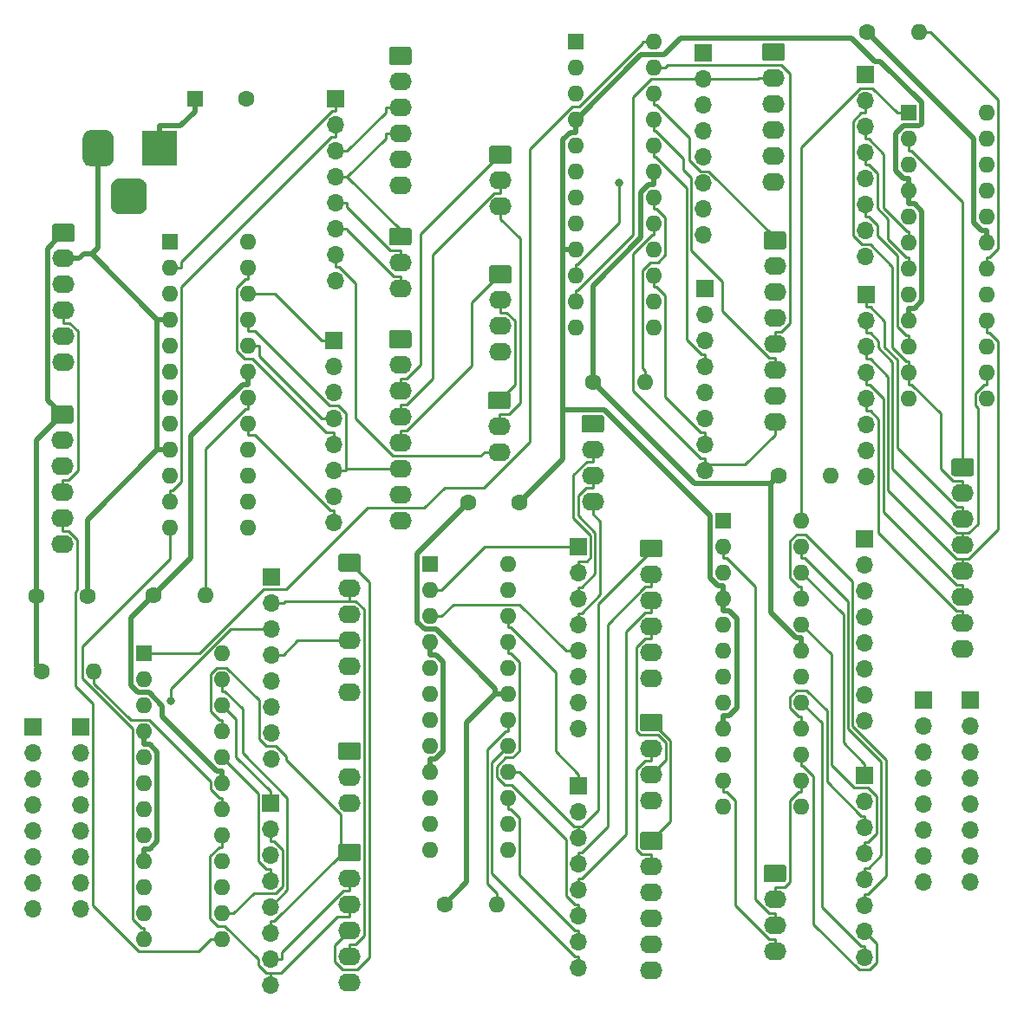
<source format=gbr>
G04 #@! TF.GenerationSoftware,KiCad,Pcbnew,(5.1.5-0-10_14)*
G04 #@! TF.CreationDate,2021-10-24T14:47:42+10:00*
G04 #@! TF.ProjectId,OH - UIP - Led Distribution,4f48202d-2055-4495-9020-2d204c656420,rev?*
G04 #@! TF.SameCoordinates,Original*
G04 #@! TF.FileFunction,Copper,L2,Bot*
G04 #@! TF.FilePolarity,Positive*
%FSLAX46Y46*%
G04 Gerber Fmt 4.6, Leading zero omitted, Abs format (unit mm)*
G04 Created by KiCad (PCBNEW (5.1.5-0-10_14)) date 2021-10-24 14:47:42*
%MOMM*%
%LPD*%
G04 APERTURE LIST*
%ADD10C,1.600000*%
%ADD11O,1.600000X1.600000*%
%ADD12R,1.600000X1.600000*%
%ADD13O,2.200000X1.740000*%
%ADD14C,0.100000*%
%ADD15O,1.700000X1.700000*%
%ADD16R,1.700000X1.700000*%
%ADD17R,3.500000X3.500000*%
%ADD18C,0.800000*%
%ADD19C,0.500000*%
%ADD20C,0.250000*%
G04 APERTURE END LIST*
D10*
X162861000Y-92964000D03*
X157861000Y-92964000D03*
D11*
X208534000Y-54864000D03*
X200914000Y-82804000D03*
X208534000Y-57404000D03*
X200914000Y-80264000D03*
X208534000Y-59944000D03*
X200914000Y-77724000D03*
X208534000Y-62484000D03*
X200914000Y-75184000D03*
X208534000Y-65024000D03*
X200914000Y-72644000D03*
X208534000Y-67564000D03*
X200914000Y-70104000D03*
X208534000Y-70104000D03*
X200914000Y-67564000D03*
X208534000Y-72644000D03*
X200914000Y-65024000D03*
X208534000Y-75184000D03*
X200914000Y-62484000D03*
X208534000Y-77724000D03*
X200914000Y-59944000D03*
X208534000Y-80264000D03*
X200914000Y-57404000D03*
X208534000Y-82804000D03*
D12*
X200914000Y-54864000D03*
D11*
X201930000Y-46990000D03*
D10*
X196850000Y-46990000D03*
D13*
X206184000Y-107251500D03*
X206184000Y-104711500D03*
X206184000Y-102171500D03*
X206184000Y-99631500D03*
X206184000Y-97091500D03*
X206184000Y-94551500D03*
X206184000Y-92011500D03*
G04 #@! TA.AperFunction,ComponentPad*
D14*
G36*
X207058505Y-88602704D02*
G01*
X207082773Y-88606304D01*
X207106572Y-88612265D01*
X207129671Y-88620530D01*
X207151850Y-88631020D01*
X207172893Y-88643632D01*
X207192599Y-88658247D01*
X207210777Y-88674723D01*
X207227253Y-88692901D01*
X207241868Y-88712607D01*
X207254480Y-88733650D01*
X207264970Y-88755829D01*
X207273235Y-88778928D01*
X207279196Y-88802727D01*
X207282796Y-88826995D01*
X207284000Y-88851499D01*
X207284000Y-90091501D01*
X207282796Y-90116005D01*
X207279196Y-90140273D01*
X207273235Y-90164072D01*
X207264970Y-90187171D01*
X207254480Y-90209350D01*
X207241868Y-90230393D01*
X207227253Y-90250099D01*
X207210777Y-90268277D01*
X207192599Y-90284753D01*
X207172893Y-90299368D01*
X207151850Y-90311980D01*
X207129671Y-90322470D01*
X207106572Y-90330735D01*
X207082773Y-90336696D01*
X207058505Y-90340296D01*
X207034001Y-90341500D01*
X205333999Y-90341500D01*
X205309495Y-90340296D01*
X205285227Y-90336696D01*
X205261428Y-90330735D01*
X205238329Y-90322470D01*
X205216150Y-90311980D01*
X205195107Y-90299368D01*
X205175401Y-90284753D01*
X205157223Y-90268277D01*
X205140747Y-90250099D01*
X205126132Y-90230393D01*
X205113520Y-90209350D01*
X205103030Y-90187171D01*
X205094765Y-90164072D01*
X205088804Y-90140273D01*
X205085204Y-90116005D01*
X205084000Y-90091501D01*
X205084000Y-88851499D01*
X205085204Y-88826995D01*
X205088804Y-88802727D01*
X205094765Y-88778928D01*
X205103030Y-88755829D01*
X205113520Y-88733650D01*
X205126132Y-88712607D01*
X205140747Y-88692901D01*
X205157223Y-88674723D01*
X205175401Y-88658247D01*
X205195107Y-88643632D01*
X205216150Y-88631020D01*
X205238329Y-88620530D01*
X205261428Y-88612265D01*
X205285227Y-88606304D01*
X205309495Y-88602704D01*
X205333999Y-88601500D01*
X207034001Y-88601500D01*
X207058505Y-88602704D01*
G37*
G04 #@! TD.AperFunction*
D15*
X196786000Y-90424000D03*
X196786000Y-87884000D03*
X196786000Y-85344000D03*
X196786000Y-82804000D03*
X196786000Y-80264000D03*
X196786000Y-77724000D03*
X196786000Y-75184000D03*
D16*
X196786000Y-72644000D03*
D15*
X196660000Y-68897500D03*
X196660000Y-66357500D03*
X196660000Y-63817500D03*
X196660000Y-61277500D03*
X196660000Y-58737500D03*
X196660000Y-56197500D03*
X196660000Y-53657500D03*
D16*
X196660000Y-51117500D03*
D13*
X161036000Y-64008000D03*
X161036000Y-61468000D03*
G04 #@! TA.AperFunction,ComponentPad*
D14*
G36*
X161910505Y-58059204D02*
G01*
X161934773Y-58062804D01*
X161958572Y-58068765D01*
X161981671Y-58077030D01*
X162003850Y-58087520D01*
X162024893Y-58100132D01*
X162044599Y-58114747D01*
X162062777Y-58131223D01*
X162079253Y-58149401D01*
X162093868Y-58169107D01*
X162106480Y-58190150D01*
X162116970Y-58212329D01*
X162125235Y-58235428D01*
X162131196Y-58259227D01*
X162134796Y-58283495D01*
X162136000Y-58307999D01*
X162136000Y-59548001D01*
X162134796Y-59572505D01*
X162131196Y-59596773D01*
X162125235Y-59620572D01*
X162116970Y-59643671D01*
X162106480Y-59665850D01*
X162093868Y-59686893D01*
X162079253Y-59706599D01*
X162062777Y-59724777D01*
X162044599Y-59741253D01*
X162024893Y-59755868D01*
X162003850Y-59768480D01*
X161981671Y-59778970D01*
X161958572Y-59787235D01*
X161934773Y-59793196D01*
X161910505Y-59796796D01*
X161886001Y-59798000D01*
X160185999Y-59798000D01*
X160161495Y-59796796D01*
X160137227Y-59793196D01*
X160113428Y-59787235D01*
X160090329Y-59778970D01*
X160068150Y-59768480D01*
X160047107Y-59755868D01*
X160027401Y-59741253D01*
X160009223Y-59724777D01*
X159992747Y-59706599D01*
X159978132Y-59686893D01*
X159965520Y-59665850D01*
X159955030Y-59643671D01*
X159946765Y-59620572D01*
X159940804Y-59596773D01*
X159937204Y-59572505D01*
X159936000Y-59548001D01*
X159936000Y-58307999D01*
X159937204Y-58283495D01*
X159940804Y-58259227D01*
X159946765Y-58235428D01*
X159955030Y-58212329D01*
X159965520Y-58190150D01*
X159978132Y-58169107D01*
X159992747Y-58149401D01*
X160009223Y-58131223D01*
X160027401Y-58114747D01*
X160047107Y-58100132D01*
X160068150Y-58087520D01*
X160090329Y-58077030D01*
X160113428Y-58068765D01*
X160137227Y-58062804D01*
X160161495Y-58059204D01*
X160185999Y-58058000D01*
X161886001Y-58058000D01*
X161910505Y-58059204D01*
G37*
G04 #@! TD.AperFunction*
D11*
X190438000Y-94669000D03*
X182818000Y-122609000D03*
X190438000Y-97209000D03*
X182818000Y-120069000D03*
X190438000Y-99749000D03*
X182818000Y-117529000D03*
X190438000Y-102289000D03*
X182818000Y-114989000D03*
X190438000Y-104829000D03*
X182818000Y-112449000D03*
X190438000Y-107369000D03*
X182818000Y-109909000D03*
X190438000Y-109909000D03*
X182818000Y-107369000D03*
X190438000Y-112449000D03*
X182818000Y-104829000D03*
X190438000Y-114989000D03*
X182818000Y-102289000D03*
X190438000Y-117529000D03*
X182818000Y-99749000D03*
X190438000Y-120069000D03*
X182818000Y-97209000D03*
X190438000Y-122609000D03*
D12*
X182818000Y-94669000D03*
D11*
X193294000Y-90297000D03*
D10*
X188214000Y-90297000D03*
D13*
X187833000Y-136779000D03*
X187833000Y-134239000D03*
X187833000Y-131699000D03*
G04 #@! TA.AperFunction,ComponentPad*
D14*
G36*
X188707505Y-128290204D02*
G01*
X188731773Y-128293804D01*
X188755572Y-128299765D01*
X188778671Y-128308030D01*
X188800850Y-128318520D01*
X188821893Y-128331132D01*
X188841599Y-128345747D01*
X188859777Y-128362223D01*
X188876253Y-128380401D01*
X188890868Y-128400107D01*
X188903480Y-128421150D01*
X188913970Y-128443329D01*
X188922235Y-128466428D01*
X188928196Y-128490227D01*
X188931796Y-128514495D01*
X188933000Y-128538999D01*
X188933000Y-129779001D01*
X188931796Y-129803505D01*
X188928196Y-129827773D01*
X188922235Y-129851572D01*
X188913970Y-129874671D01*
X188903480Y-129896850D01*
X188890868Y-129917893D01*
X188876253Y-129937599D01*
X188859777Y-129955777D01*
X188841599Y-129972253D01*
X188821893Y-129986868D01*
X188800850Y-129999480D01*
X188778671Y-130009970D01*
X188755572Y-130018235D01*
X188731773Y-130024196D01*
X188707505Y-130027796D01*
X188683001Y-130029000D01*
X186982999Y-130029000D01*
X186958495Y-130027796D01*
X186934227Y-130024196D01*
X186910428Y-130018235D01*
X186887329Y-130009970D01*
X186865150Y-129999480D01*
X186844107Y-129986868D01*
X186824401Y-129972253D01*
X186806223Y-129955777D01*
X186789747Y-129937599D01*
X186775132Y-129917893D01*
X186762520Y-129896850D01*
X186752030Y-129874671D01*
X186743765Y-129851572D01*
X186737804Y-129827773D01*
X186734204Y-129803505D01*
X186733000Y-129779001D01*
X186733000Y-128538999D01*
X186734204Y-128514495D01*
X186737804Y-128490227D01*
X186743765Y-128466428D01*
X186752030Y-128443329D01*
X186762520Y-128421150D01*
X186775132Y-128400107D01*
X186789747Y-128380401D01*
X186806223Y-128362223D01*
X186824401Y-128345747D01*
X186844107Y-128331132D01*
X186865150Y-128318520D01*
X186887329Y-128308030D01*
X186910428Y-128299765D01*
X186934227Y-128293804D01*
X186958495Y-128290204D01*
X186982999Y-128289000D01*
X188683001Y-128289000D01*
X188707505Y-128290204D01*
G37*
G04 #@! TD.AperFunction*
D15*
X196596000Y-137414000D03*
X196596000Y-134874000D03*
X196596000Y-132334000D03*
X196596000Y-129794000D03*
X196596000Y-127254000D03*
X196596000Y-124714000D03*
X196596000Y-122174000D03*
D16*
X196596000Y-119634000D03*
D15*
X196596000Y-114300000D03*
X196596000Y-111760000D03*
X196596000Y-109220000D03*
X196596000Y-106680000D03*
X196596000Y-104140000D03*
X196596000Y-101600000D03*
X196596000Y-99060000D03*
D16*
X196596000Y-96520000D03*
D13*
X118237000Y-97028000D03*
X118237000Y-94488000D03*
X118237000Y-91948000D03*
X118237000Y-89408000D03*
X118237000Y-86868000D03*
G04 #@! TA.AperFunction,ComponentPad*
D14*
G36*
X119111505Y-83459204D02*
G01*
X119135773Y-83462804D01*
X119159572Y-83468765D01*
X119182671Y-83477030D01*
X119204850Y-83487520D01*
X119225893Y-83500132D01*
X119245599Y-83514747D01*
X119263777Y-83531223D01*
X119280253Y-83549401D01*
X119294868Y-83569107D01*
X119307480Y-83590150D01*
X119317970Y-83612329D01*
X119326235Y-83635428D01*
X119332196Y-83659227D01*
X119335796Y-83683495D01*
X119337000Y-83707999D01*
X119337000Y-84948001D01*
X119335796Y-84972505D01*
X119332196Y-84996773D01*
X119326235Y-85020572D01*
X119317970Y-85043671D01*
X119307480Y-85065850D01*
X119294868Y-85086893D01*
X119280253Y-85106599D01*
X119263777Y-85124777D01*
X119245599Y-85141253D01*
X119225893Y-85155868D01*
X119204850Y-85168480D01*
X119182671Y-85178970D01*
X119159572Y-85187235D01*
X119135773Y-85193196D01*
X119111505Y-85196796D01*
X119087001Y-85198000D01*
X117386999Y-85198000D01*
X117362495Y-85196796D01*
X117338227Y-85193196D01*
X117314428Y-85187235D01*
X117291329Y-85178970D01*
X117269150Y-85168480D01*
X117248107Y-85155868D01*
X117228401Y-85141253D01*
X117210223Y-85124777D01*
X117193747Y-85106599D01*
X117179132Y-85086893D01*
X117166520Y-85065850D01*
X117156030Y-85043671D01*
X117147765Y-85020572D01*
X117141804Y-84996773D01*
X117138204Y-84972505D01*
X117137000Y-84948001D01*
X117137000Y-83707999D01*
X117138204Y-83683495D01*
X117141804Y-83659227D01*
X117147765Y-83635428D01*
X117156030Y-83612329D01*
X117166520Y-83590150D01*
X117179132Y-83569107D01*
X117193747Y-83549401D01*
X117210223Y-83531223D01*
X117228401Y-83514747D01*
X117248107Y-83500132D01*
X117269150Y-83487520D01*
X117291329Y-83477030D01*
X117314428Y-83468765D01*
X117338227Y-83462804D01*
X117362495Y-83459204D01*
X117386999Y-83458000D01*
X119087001Y-83458000D01*
X119111505Y-83459204D01*
G37*
G04 #@! TD.AperFunction*
D13*
X118364000Y-79248000D03*
X118364000Y-76708000D03*
X118364000Y-74168000D03*
X118364000Y-71628000D03*
X118364000Y-69088000D03*
G04 #@! TA.AperFunction,ComponentPad*
D14*
G36*
X119238505Y-65679204D02*
G01*
X119262773Y-65682804D01*
X119286572Y-65688765D01*
X119309671Y-65697030D01*
X119331850Y-65707520D01*
X119352893Y-65720132D01*
X119372599Y-65734747D01*
X119390777Y-65751223D01*
X119407253Y-65769401D01*
X119421868Y-65789107D01*
X119434480Y-65810150D01*
X119444970Y-65832329D01*
X119453235Y-65855428D01*
X119459196Y-65879227D01*
X119462796Y-65903495D01*
X119464000Y-65927999D01*
X119464000Y-67168001D01*
X119462796Y-67192505D01*
X119459196Y-67216773D01*
X119453235Y-67240572D01*
X119444970Y-67263671D01*
X119434480Y-67285850D01*
X119421868Y-67306893D01*
X119407253Y-67326599D01*
X119390777Y-67344777D01*
X119372599Y-67361253D01*
X119352893Y-67375868D01*
X119331850Y-67388480D01*
X119309671Y-67398970D01*
X119286572Y-67407235D01*
X119262773Y-67413196D01*
X119238505Y-67416796D01*
X119214001Y-67418000D01*
X117513999Y-67418000D01*
X117489495Y-67416796D01*
X117465227Y-67413196D01*
X117441428Y-67407235D01*
X117418329Y-67398970D01*
X117396150Y-67388480D01*
X117375107Y-67375868D01*
X117355401Y-67361253D01*
X117337223Y-67344777D01*
X117320747Y-67326599D01*
X117306132Y-67306893D01*
X117293520Y-67285850D01*
X117283030Y-67263671D01*
X117274765Y-67240572D01*
X117268804Y-67216773D01*
X117265204Y-67192505D01*
X117264000Y-67168001D01*
X117264000Y-65927999D01*
X117265204Y-65903495D01*
X117268804Y-65879227D01*
X117274765Y-65855428D01*
X117283030Y-65832329D01*
X117293520Y-65810150D01*
X117306132Y-65789107D01*
X117320747Y-65769401D01*
X117337223Y-65751223D01*
X117355401Y-65734747D01*
X117375107Y-65720132D01*
X117396150Y-65707520D01*
X117418329Y-65697030D01*
X117441428Y-65688765D01*
X117465227Y-65682804D01*
X117489495Y-65679204D01*
X117513999Y-65678000D01*
X119214001Y-65678000D01*
X119238505Y-65679204D01*
G37*
G04 #@! TD.AperFunction*
G04 #@! TA.AperFunction,ComponentPad*
G36*
X125722765Y-61247213D02*
G01*
X125807704Y-61259813D01*
X125890999Y-61280677D01*
X125971848Y-61309605D01*
X126049472Y-61346319D01*
X126123124Y-61390464D01*
X126192094Y-61441616D01*
X126255718Y-61499282D01*
X126313384Y-61562906D01*
X126364536Y-61631876D01*
X126408681Y-61705528D01*
X126445395Y-61783152D01*
X126474323Y-61864001D01*
X126495187Y-61947296D01*
X126507787Y-62032235D01*
X126512000Y-62118000D01*
X126512000Y-63868000D01*
X126507787Y-63953765D01*
X126495187Y-64038704D01*
X126474323Y-64121999D01*
X126445395Y-64202848D01*
X126408681Y-64280472D01*
X126364536Y-64354124D01*
X126313384Y-64423094D01*
X126255718Y-64486718D01*
X126192094Y-64544384D01*
X126123124Y-64595536D01*
X126049472Y-64639681D01*
X125971848Y-64676395D01*
X125890999Y-64705323D01*
X125807704Y-64726187D01*
X125722765Y-64738787D01*
X125637000Y-64743000D01*
X123887000Y-64743000D01*
X123801235Y-64738787D01*
X123716296Y-64726187D01*
X123633001Y-64705323D01*
X123552152Y-64676395D01*
X123474528Y-64639681D01*
X123400876Y-64595536D01*
X123331906Y-64544384D01*
X123268282Y-64486718D01*
X123210616Y-64423094D01*
X123159464Y-64354124D01*
X123115319Y-64280472D01*
X123078605Y-64202848D01*
X123049677Y-64121999D01*
X123028813Y-64038704D01*
X123016213Y-63953765D01*
X123012000Y-63868000D01*
X123012000Y-62118000D01*
X123016213Y-62032235D01*
X123028813Y-61947296D01*
X123049677Y-61864001D01*
X123078605Y-61783152D01*
X123115319Y-61705528D01*
X123159464Y-61631876D01*
X123210616Y-61562906D01*
X123268282Y-61499282D01*
X123331906Y-61441616D01*
X123400876Y-61390464D01*
X123474528Y-61346319D01*
X123552152Y-61309605D01*
X123633001Y-61280677D01*
X123716296Y-61259813D01*
X123801235Y-61247213D01*
X123887000Y-61243000D01*
X125637000Y-61243000D01*
X125722765Y-61247213D01*
G37*
G04 #@! TD.AperFunction*
G04 #@! TA.AperFunction,ComponentPad*
G36*
X122585513Y-56546611D02*
G01*
X122658318Y-56557411D01*
X122729714Y-56575295D01*
X122799013Y-56600090D01*
X122865548Y-56631559D01*
X122928678Y-56669398D01*
X122987795Y-56713242D01*
X123042330Y-56762670D01*
X123091758Y-56817205D01*
X123135602Y-56876322D01*
X123173441Y-56939452D01*
X123204910Y-57005987D01*
X123229705Y-57075286D01*
X123247589Y-57146682D01*
X123258389Y-57219487D01*
X123262000Y-57293000D01*
X123262000Y-59293000D01*
X123258389Y-59366513D01*
X123247589Y-59439318D01*
X123229705Y-59510714D01*
X123204910Y-59580013D01*
X123173441Y-59646548D01*
X123135602Y-59709678D01*
X123091758Y-59768795D01*
X123042330Y-59823330D01*
X122987795Y-59872758D01*
X122928678Y-59916602D01*
X122865548Y-59954441D01*
X122799013Y-59985910D01*
X122729714Y-60010705D01*
X122658318Y-60028589D01*
X122585513Y-60039389D01*
X122512000Y-60043000D01*
X121012000Y-60043000D01*
X120938487Y-60039389D01*
X120865682Y-60028589D01*
X120794286Y-60010705D01*
X120724987Y-59985910D01*
X120658452Y-59954441D01*
X120595322Y-59916602D01*
X120536205Y-59872758D01*
X120481670Y-59823330D01*
X120432242Y-59768795D01*
X120388398Y-59709678D01*
X120350559Y-59646548D01*
X120319090Y-59580013D01*
X120294295Y-59510714D01*
X120276411Y-59439318D01*
X120265611Y-59366513D01*
X120262000Y-59293000D01*
X120262000Y-57293000D01*
X120265611Y-57219487D01*
X120276411Y-57146682D01*
X120294295Y-57075286D01*
X120319090Y-57005987D01*
X120350559Y-56939452D01*
X120388398Y-56876322D01*
X120432242Y-56817205D01*
X120481670Y-56762670D01*
X120536205Y-56713242D01*
X120595322Y-56669398D01*
X120658452Y-56631559D01*
X120724987Y-56600090D01*
X120794286Y-56575295D01*
X120865682Y-56557411D01*
X120938487Y-56546611D01*
X121012000Y-56543000D01*
X122512000Y-56543000D01*
X122585513Y-56546611D01*
G37*
G04 #@! TD.AperFunction*
D17*
X127762000Y-58293000D03*
D13*
X175768000Y-110109000D03*
X175768000Y-107569000D03*
X175768000Y-105029000D03*
X175768000Y-102489000D03*
X175768000Y-99949000D03*
G04 #@! TA.AperFunction,ComponentPad*
D14*
G36*
X176642505Y-96540204D02*
G01*
X176666773Y-96543804D01*
X176690572Y-96549765D01*
X176713671Y-96558030D01*
X176735850Y-96568520D01*
X176756893Y-96581132D01*
X176776599Y-96595747D01*
X176794777Y-96612223D01*
X176811253Y-96630401D01*
X176825868Y-96650107D01*
X176838480Y-96671150D01*
X176848970Y-96693329D01*
X176857235Y-96716428D01*
X176863196Y-96740227D01*
X176866796Y-96764495D01*
X176868000Y-96788999D01*
X176868000Y-98029001D01*
X176866796Y-98053505D01*
X176863196Y-98077773D01*
X176857235Y-98101572D01*
X176848970Y-98124671D01*
X176838480Y-98146850D01*
X176825868Y-98167893D01*
X176811253Y-98187599D01*
X176794777Y-98205777D01*
X176776599Y-98222253D01*
X176756893Y-98236868D01*
X176735850Y-98249480D01*
X176713671Y-98259970D01*
X176690572Y-98268235D01*
X176666773Y-98274196D01*
X176642505Y-98277796D01*
X176618001Y-98279000D01*
X174917999Y-98279000D01*
X174893495Y-98277796D01*
X174869227Y-98274196D01*
X174845428Y-98268235D01*
X174822329Y-98259970D01*
X174800150Y-98249480D01*
X174779107Y-98236868D01*
X174759401Y-98222253D01*
X174741223Y-98205777D01*
X174724747Y-98187599D01*
X174710132Y-98167893D01*
X174697520Y-98146850D01*
X174687030Y-98124671D01*
X174678765Y-98101572D01*
X174672804Y-98077773D01*
X174669204Y-98053505D01*
X174668000Y-98029001D01*
X174668000Y-96788999D01*
X174669204Y-96764495D01*
X174672804Y-96740227D01*
X174678765Y-96716428D01*
X174687030Y-96693329D01*
X174697520Y-96671150D01*
X174710132Y-96650107D01*
X174724747Y-96630401D01*
X174741223Y-96612223D01*
X174759401Y-96595747D01*
X174779107Y-96581132D01*
X174800150Y-96568520D01*
X174822329Y-96558030D01*
X174845428Y-96549765D01*
X174869227Y-96543804D01*
X174893495Y-96540204D01*
X174917999Y-96539000D01*
X176618001Y-96539000D01*
X176642505Y-96540204D01*
G37*
G04 #@! TD.AperFunction*
D13*
X175768000Y-122047000D03*
X175768000Y-119507000D03*
X175768000Y-116967000D03*
G04 #@! TA.AperFunction,ComponentPad*
D14*
G36*
X176642505Y-113558204D02*
G01*
X176666773Y-113561804D01*
X176690572Y-113567765D01*
X176713671Y-113576030D01*
X176735850Y-113586520D01*
X176756893Y-113599132D01*
X176776599Y-113613747D01*
X176794777Y-113630223D01*
X176811253Y-113648401D01*
X176825868Y-113668107D01*
X176838480Y-113689150D01*
X176848970Y-113711329D01*
X176857235Y-113734428D01*
X176863196Y-113758227D01*
X176866796Y-113782495D01*
X176868000Y-113806999D01*
X176868000Y-115047001D01*
X176866796Y-115071505D01*
X176863196Y-115095773D01*
X176857235Y-115119572D01*
X176848970Y-115142671D01*
X176838480Y-115164850D01*
X176825868Y-115185893D01*
X176811253Y-115205599D01*
X176794777Y-115223777D01*
X176776599Y-115240253D01*
X176756893Y-115254868D01*
X176735850Y-115267480D01*
X176713671Y-115277970D01*
X176690572Y-115286235D01*
X176666773Y-115292196D01*
X176642505Y-115295796D01*
X176618001Y-115297000D01*
X174917999Y-115297000D01*
X174893495Y-115295796D01*
X174869227Y-115292196D01*
X174845428Y-115286235D01*
X174822329Y-115277970D01*
X174800150Y-115267480D01*
X174779107Y-115254868D01*
X174759401Y-115240253D01*
X174741223Y-115223777D01*
X174724747Y-115205599D01*
X174710132Y-115185893D01*
X174697520Y-115164850D01*
X174687030Y-115142671D01*
X174678765Y-115119572D01*
X174672804Y-115095773D01*
X174669204Y-115071505D01*
X174668000Y-115047001D01*
X174668000Y-113806999D01*
X174669204Y-113782495D01*
X174672804Y-113758227D01*
X174678765Y-113734428D01*
X174687030Y-113711329D01*
X174697520Y-113689150D01*
X174710132Y-113668107D01*
X174724747Y-113648401D01*
X174741223Y-113630223D01*
X174759401Y-113613747D01*
X174779107Y-113599132D01*
X174800150Y-113586520D01*
X174822329Y-113576030D01*
X174845428Y-113567765D01*
X174869227Y-113561804D01*
X174893495Y-113558204D01*
X174917999Y-113557000D01*
X176618001Y-113557000D01*
X176642505Y-113558204D01*
G37*
G04 #@! TD.AperFunction*
D13*
X175768000Y-138684000D03*
X175768000Y-136144000D03*
X175768000Y-133604000D03*
X175768000Y-131064000D03*
X175768000Y-128524000D03*
G04 #@! TA.AperFunction,ComponentPad*
D14*
G36*
X176642505Y-125115204D02*
G01*
X176666773Y-125118804D01*
X176690572Y-125124765D01*
X176713671Y-125133030D01*
X176735850Y-125143520D01*
X176756893Y-125156132D01*
X176776599Y-125170747D01*
X176794777Y-125187223D01*
X176811253Y-125205401D01*
X176825868Y-125225107D01*
X176838480Y-125246150D01*
X176848970Y-125268329D01*
X176857235Y-125291428D01*
X176863196Y-125315227D01*
X176866796Y-125339495D01*
X176868000Y-125363999D01*
X176868000Y-126604001D01*
X176866796Y-126628505D01*
X176863196Y-126652773D01*
X176857235Y-126676572D01*
X176848970Y-126699671D01*
X176838480Y-126721850D01*
X176825868Y-126742893D01*
X176811253Y-126762599D01*
X176794777Y-126780777D01*
X176776599Y-126797253D01*
X176756893Y-126811868D01*
X176735850Y-126824480D01*
X176713671Y-126834970D01*
X176690572Y-126843235D01*
X176666773Y-126849196D01*
X176642505Y-126852796D01*
X176618001Y-126854000D01*
X174917999Y-126854000D01*
X174893495Y-126852796D01*
X174869227Y-126849196D01*
X174845428Y-126843235D01*
X174822329Y-126834970D01*
X174800150Y-126824480D01*
X174779107Y-126811868D01*
X174759401Y-126797253D01*
X174741223Y-126780777D01*
X174724747Y-126762599D01*
X174710132Y-126742893D01*
X174697520Y-126721850D01*
X174687030Y-126699671D01*
X174678765Y-126676572D01*
X174672804Y-126652773D01*
X174669204Y-126628505D01*
X174668000Y-126604001D01*
X174668000Y-125363999D01*
X174669204Y-125339495D01*
X174672804Y-125315227D01*
X174678765Y-125291428D01*
X174687030Y-125268329D01*
X174697520Y-125246150D01*
X174710132Y-125225107D01*
X174724747Y-125205401D01*
X174741223Y-125187223D01*
X174759401Y-125170747D01*
X174779107Y-125156132D01*
X174800150Y-125143520D01*
X174822329Y-125133030D01*
X174845428Y-125124765D01*
X174869227Y-125118804D01*
X174893495Y-125115204D01*
X174917999Y-125114000D01*
X176618001Y-125114000D01*
X176642505Y-125115204D01*
G37*
G04 #@! TD.AperFunction*
D13*
X170053000Y-92837000D03*
X170053000Y-90297000D03*
X170053000Y-87757000D03*
G04 #@! TA.AperFunction,ComponentPad*
D14*
G36*
X170927505Y-84348204D02*
G01*
X170951773Y-84351804D01*
X170975572Y-84357765D01*
X170998671Y-84366030D01*
X171020850Y-84376520D01*
X171041893Y-84389132D01*
X171061599Y-84403747D01*
X171079777Y-84420223D01*
X171096253Y-84438401D01*
X171110868Y-84458107D01*
X171123480Y-84479150D01*
X171133970Y-84501329D01*
X171142235Y-84524428D01*
X171148196Y-84548227D01*
X171151796Y-84572495D01*
X171153000Y-84596999D01*
X171153000Y-85837001D01*
X171151796Y-85861505D01*
X171148196Y-85885773D01*
X171142235Y-85909572D01*
X171133970Y-85932671D01*
X171123480Y-85954850D01*
X171110868Y-85975893D01*
X171096253Y-85995599D01*
X171079777Y-86013777D01*
X171061599Y-86030253D01*
X171041893Y-86044868D01*
X171020850Y-86057480D01*
X170998671Y-86067970D01*
X170975572Y-86076235D01*
X170951773Y-86082196D01*
X170927505Y-86085796D01*
X170903001Y-86087000D01*
X169202999Y-86087000D01*
X169178495Y-86085796D01*
X169154227Y-86082196D01*
X169130428Y-86076235D01*
X169107329Y-86067970D01*
X169085150Y-86057480D01*
X169064107Y-86044868D01*
X169044401Y-86030253D01*
X169026223Y-86013777D01*
X169009747Y-85995599D01*
X168995132Y-85975893D01*
X168982520Y-85954850D01*
X168972030Y-85932671D01*
X168963765Y-85909572D01*
X168957804Y-85885773D01*
X168954204Y-85861505D01*
X168953000Y-85837001D01*
X168953000Y-84596999D01*
X168954204Y-84572495D01*
X168957804Y-84548227D01*
X168963765Y-84524428D01*
X168972030Y-84501329D01*
X168982520Y-84479150D01*
X168995132Y-84458107D01*
X169009747Y-84438401D01*
X169026223Y-84420223D01*
X169044401Y-84403747D01*
X169064107Y-84389132D01*
X169085150Y-84376520D01*
X169107329Y-84366030D01*
X169130428Y-84357765D01*
X169154227Y-84351804D01*
X169178495Y-84348204D01*
X169202999Y-84347000D01*
X170903001Y-84347000D01*
X170927505Y-84348204D01*
G37*
G04 #@! TD.AperFunction*
D13*
X160909000Y-88011000D03*
X160909000Y-85471000D03*
G04 #@! TA.AperFunction,ComponentPad*
D14*
G36*
X161783505Y-82062204D02*
G01*
X161807773Y-82065804D01*
X161831572Y-82071765D01*
X161854671Y-82080030D01*
X161876850Y-82090520D01*
X161897893Y-82103132D01*
X161917599Y-82117747D01*
X161935777Y-82134223D01*
X161952253Y-82152401D01*
X161966868Y-82172107D01*
X161979480Y-82193150D01*
X161989970Y-82215329D01*
X161998235Y-82238428D01*
X162004196Y-82262227D01*
X162007796Y-82286495D01*
X162009000Y-82310999D01*
X162009000Y-83551001D01*
X162007796Y-83575505D01*
X162004196Y-83599773D01*
X161998235Y-83623572D01*
X161989970Y-83646671D01*
X161979480Y-83668850D01*
X161966868Y-83689893D01*
X161952253Y-83709599D01*
X161935777Y-83727777D01*
X161917599Y-83744253D01*
X161897893Y-83758868D01*
X161876850Y-83771480D01*
X161854671Y-83781970D01*
X161831572Y-83790235D01*
X161807773Y-83796196D01*
X161783505Y-83799796D01*
X161759001Y-83801000D01*
X160058999Y-83801000D01*
X160034495Y-83799796D01*
X160010227Y-83796196D01*
X159986428Y-83790235D01*
X159963329Y-83781970D01*
X159941150Y-83771480D01*
X159920107Y-83758868D01*
X159900401Y-83744253D01*
X159882223Y-83727777D01*
X159865747Y-83709599D01*
X159851132Y-83689893D01*
X159838520Y-83668850D01*
X159828030Y-83646671D01*
X159819765Y-83623572D01*
X159813804Y-83599773D01*
X159810204Y-83575505D01*
X159809000Y-83551001D01*
X159809000Y-82310999D01*
X159810204Y-82286495D01*
X159813804Y-82262227D01*
X159819765Y-82238428D01*
X159828030Y-82215329D01*
X159838520Y-82193150D01*
X159851132Y-82172107D01*
X159865747Y-82152401D01*
X159882223Y-82134223D01*
X159900401Y-82117747D01*
X159920107Y-82103132D01*
X159941150Y-82090520D01*
X159963329Y-82080030D01*
X159986428Y-82071765D01*
X160010227Y-82065804D01*
X160034495Y-82062204D01*
X160058999Y-82061000D01*
X161759001Y-82061000D01*
X161783505Y-82062204D01*
G37*
G04 #@! TD.AperFunction*
D13*
X146304000Y-139827000D03*
X146304000Y-137287000D03*
X146304000Y-134747000D03*
X146304000Y-132207000D03*
X146304000Y-129667000D03*
G04 #@! TA.AperFunction,ComponentPad*
D14*
G36*
X147178505Y-126258204D02*
G01*
X147202773Y-126261804D01*
X147226572Y-126267765D01*
X147249671Y-126276030D01*
X147271850Y-126286520D01*
X147292893Y-126299132D01*
X147312599Y-126313747D01*
X147330777Y-126330223D01*
X147347253Y-126348401D01*
X147361868Y-126368107D01*
X147374480Y-126389150D01*
X147384970Y-126411329D01*
X147393235Y-126434428D01*
X147399196Y-126458227D01*
X147402796Y-126482495D01*
X147404000Y-126506999D01*
X147404000Y-127747001D01*
X147402796Y-127771505D01*
X147399196Y-127795773D01*
X147393235Y-127819572D01*
X147384970Y-127842671D01*
X147374480Y-127864850D01*
X147361868Y-127885893D01*
X147347253Y-127905599D01*
X147330777Y-127923777D01*
X147312599Y-127940253D01*
X147292893Y-127954868D01*
X147271850Y-127967480D01*
X147249671Y-127977970D01*
X147226572Y-127986235D01*
X147202773Y-127992196D01*
X147178505Y-127995796D01*
X147154001Y-127997000D01*
X145453999Y-127997000D01*
X145429495Y-127995796D01*
X145405227Y-127992196D01*
X145381428Y-127986235D01*
X145358329Y-127977970D01*
X145336150Y-127967480D01*
X145315107Y-127954868D01*
X145295401Y-127940253D01*
X145277223Y-127923777D01*
X145260747Y-127905599D01*
X145246132Y-127885893D01*
X145233520Y-127864850D01*
X145223030Y-127842671D01*
X145214765Y-127819572D01*
X145208804Y-127795773D01*
X145205204Y-127771505D01*
X145204000Y-127747001D01*
X145204000Y-126506999D01*
X145205204Y-126482495D01*
X145208804Y-126458227D01*
X145214765Y-126434428D01*
X145223030Y-126411329D01*
X145233520Y-126389150D01*
X145246132Y-126368107D01*
X145260747Y-126348401D01*
X145277223Y-126330223D01*
X145295401Y-126313747D01*
X145315107Y-126299132D01*
X145336150Y-126286520D01*
X145358329Y-126276030D01*
X145381428Y-126267765D01*
X145405227Y-126261804D01*
X145429495Y-126258204D01*
X145453999Y-126257000D01*
X147154001Y-126257000D01*
X147178505Y-126258204D01*
G37*
G04 #@! TD.AperFunction*
D13*
X146304000Y-122301000D03*
X146304000Y-119761000D03*
G04 #@! TA.AperFunction,ComponentPad*
D14*
G36*
X147178505Y-116352204D02*
G01*
X147202773Y-116355804D01*
X147226572Y-116361765D01*
X147249671Y-116370030D01*
X147271850Y-116380520D01*
X147292893Y-116393132D01*
X147312599Y-116407747D01*
X147330777Y-116424223D01*
X147347253Y-116442401D01*
X147361868Y-116462107D01*
X147374480Y-116483150D01*
X147384970Y-116505329D01*
X147393235Y-116528428D01*
X147399196Y-116552227D01*
X147402796Y-116576495D01*
X147404000Y-116600999D01*
X147404000Y-117841001D01*
X147402796Y-117865505D01*
X147399196Y-117889773D01*
X147393235Y-117913572D01*
X147384970Y-117936671D01*
X147374480Y-117958850D01*
X147361868Y-117979893D01*
X147347253Y-117999599D01*
X147330777Y-118017777D01*
X147312599Y-118034253D01*
X147292893Y-118048868D01*
X147271850Y-118061480D01*
X147249671Y-118071970D01*
X147226572Y-118080235D01*
X147202773Y-118086196D01*
X147178505Y-118089796D01*
X147154001Y-118091000D01*
X145453999Y-118091000D01*
X145429495Y-118089796D01*
X145405227Y-118086196D01*
X145381428Y-118080235D01*
X145358329Y-118071970D01*
X145336150Y-118061480D01*
X145315107Y-118048868D01*
X145295401Y-118034253D01*
X145277223Y-118017777D01*
X145260747Y-117999599D01*
X145246132Y-117979893D01*
X145233520Y-117958850D01*
X145223030Y-117936671D01*
X145214765Y-117913572D01*
X145208804Y-117889773D01*
X145205204Y-117865505D01*
X145204000Y-117841001D01*
X145204000Y-116600999D01*
X145205204Y-116576495D01*
X145208804Y-116552227D01*
X145214765Y-116528428D01*
X145223030Y-116505329D01*
X145233520Y-116483150D01*
X145246132Y-116462107D01*
X145260747Y-116442401D01*
X145277223Y-116424223D01*
X145295401Y-116407747D01*
X145315107Y-116393132D01*
X145336150Y-116380520D01*
X145358329Y-116370030D01*
X145381428Y-116361765D01*
X145405227Y-116355804D01*
X145429495Y-116352204D01*
X145453999Y-116351000D01*
X147154001Y-116351000D01*
X147178505Y-116352204D01*
G37*
G04 #@! TD.AperFunction*
D13*
X146304000Y-111506000D03*
X146304000Y-108966000D03*
X146304000Y-106426000D03*
X146304000Y-103886000D03*
X146304000Y-101346000D03*
G04 #@! TA.AperFunction,ComponentPad*
D14*
G36*
X147178505Y-97937204D02*
G01*
X147202773Y-97940804D01*
X147226572Y-97946765D01*
X147249671Y-97955030D01*
X147271850Y-97965520D01*
X147292893Y-97978132D01*
X147312599Y-97992747D01*
X147330777Y-98009223D01*
X147347253Y-98027401D01*
X147361868Y-98047107D01*
X147374480Y-98068150D01*
X147384970Y-98090329D01*
X147393235Y-98113428D01*
X147399196Y-98137227D01*
X147402796Y-98161495D01*
X147404000Y-98185999D01*
X147404000Y-99426001D01*
X147402796Y-99450505D01*
X147399196Y-99474773D01*
X147393235Y-99498572D01*
X147384970Y-99521671D01*
X147374480Y-99543850D01*
X147361868Y-99564893D01*
X147347253Y-99584599D01*
X147330777Y-99602777D01*
X147312599Y-99619253D01*
X147292893Y-99633868D01*
X147271850Y-99646480D01*
X147249671Y-99656970D01*
X147226572Y-99665235D01*
X147202773Y-99671196D01*
X147178505Y-99674796D01*
X147154001Y-99676000D01*
X145453999Y-99676000D01*
X145429495Y-99674796D01*
X145405227Y-99671196D01*
X145381428Y-99665235D01*
X145358329Y-99656970D01*
X145336150Y-99646480D01*
X145315107Y-99633868D01*
X145295401Y-99619253D01*
X145277223Y-99602777D01*
X145260747Y-99584599D01*
X145246132Y-99564893D01*
X145233520Y-99543850D01*
X145223030Y-99521671D01*
X145214765Y-99498572D01*
X145208804Y-99474773D01*
X145205204Y-99450505D01*
X145204000Y-99426001D01*
X145204000Y-98185999D01*
X145205204Y-98161495D01*
X145208804Y-98137227D01*
X145214765Y-98113428D01*
X145223030Y-98090329D01*
X145233520Y-98068150D01*
X145246132Y-98047107D01*
X145260747Y-98027401D01*
X145277223Y-98009223D01*
X145295401Y-97992747D01*
X145315107Y-97978132D01*
X145336150Y-97965520D01*
X145358329Y-97955030D01*
X145381428Y-97946765D01*
X145405227Y-97940804D01*
X145429495Y-97937204D01*
X145453999Y-97936000D01*
X147154001Y-97936000D01*
X147178505Y-97937204D01*
G37*
G04 #@! TD.AperFunction*
D13*
X187706000Y-61595000D03*
X187706000Y-59055000D03*
X187706000Y-56515000D03*
X187706000Y-53975000D03*
X187706000Y-51435000D03*
G04 #@! TA.AperFunction,ComponentPad*
D14*
G36*
X188580505Y-48026204D02*
G01*
X188604773Y-48029804D01*
X188628572Y-48035765D01*
X188651671Y-48044030D01*
X188673850Y-48054520D01*
X188694893Y-48067132D01*
X188714599Y-48081747D01*
X188732777Y-48098223D01*
X188749253Y-48116401D01*
X188763868Y-48136107D01*
X188776480Y-48157150D01*
X188786970Y-48179329D01*
X188795235Y-48202428D01*
X188801196Y-48226227D01*
X188804796Y-48250495D01*
X188806000Y-48274999D01*
X188806000Y-49515001D01*
X188804796Y-49539505D01*
X188801196Y-49563773D01*
X188795235Y-49587572D01*
X188786970Y-49610671D01*
X188776480Y-49632850D01*
X188763868Y-49653893D01*
X188749253Y-49673599D01*
X188732777Y-49691777D01*
X188714599Y-49708253D01*
X188694893Y-49722868D01*
X188673850Y-49735480D01*
X188651671Y-49745970D01*
X188628572Y-49754235D01*
X188604773Y-49760196D01*
X188580505Y-49763796D01*
X188556001Y-49765000D01*
X186855999Y-49765000D01*
X186831495Y-49763796D01*
X186807227Y-49760196D01*
X186783428Y-49754235D01*
X186760329Y-49745970D01*
X186738150Y-49735480D01*
X186717107Y-49722868D01*
X186697401Y-49708253D01*
X186679223Y-49691777D01*
X186662747Y-49673599D01*
X186648132Y-49653893D01*
X186635520Y-49632850D01*
X186625030Y-49610671D01*
X186616765Y-49587572D01*
X186610804Y-49563773D01*
X186607204Y-49539505D01*
X186606000Y-49515001D01*
X186606000Y-48274999D01*
X186607204Y-48250495D01*
X186610804Y-48226227D01*
X186616765Y-48202428D01*
X186625030Y-48179329D01*
X186635520Y-48157150D01*
X186648132Y-48136107D01*
X186662747Y-48116401D01*
X186679223Y-48098223D01*
X186697401Y-48081747D01*
X186717107Y-48067132D01*
X186738150Y-48054520D01*
X186760329Y-48044030D01*
X186783428Y-48035765D01*
X186807227Y-48029804D01*
X186831495Y-48026204D01*
X186855999Y-48025000D01*
X188556001Y-48025000D01*
X188580505Y-48026204D01*
G37*
G04 #@! TD.AperFunction*
D13*
X187833000Y-85090000D03*
X187833000Y-82550000D03*
X187833000Y-80010000D03*
X187833000Y-77470000D03*
X187833000Y-74930000D03*
X187833000Y-72390000D03*
X187833000Y-69850000D03*
G04 #@! TA.AperFunction,ComponentPad*
D14*
G36*
X188707505Y-66441204D02*
G01*
X188731773Y-66444804D01*
X188755572Y-66450765D01*
X188778671Y-66459030D01*
X188800850Y-66469520D01*
X188821893Y-66482132D01*
X188841599Y-66496747D01*
X188859777Y-66513223D01*
X188876253Y-66531401D01*
X188890868Y-66551107D01*
X188903480Y-66572150D01*
X188913970Y-66594329D01*
X188922235Y-66617428D01*
X188928196Y-66641227D01*
X188931796Y-66665495D01*
X188933000Y-66689999D01*
X188933000Y-67930001D01*
X188931796Y-67954505D01*
X188928196Y-67978773D01*
X188922235Y-68002572D01*
X188913970Y-68025671D01*
X188903480Y-68047850D01*
X188890868Y-68068893D01*
X188876253Y-68088599D01*
X188859777Y-68106777D01*
X188841599Y-68123253D01*
X188821893Y-68137868D01*
X188800850Y-68150480D01*
X188778671Y-68160970D01*
X188755572Y-68169235D01*
X188731773Y-68175196D01*
X188707505Y-68178796D01*
X188683001Y-68180000D01*
X186982999Y-68180000D01*
X186958495Y-68178796D01*
X186934227Y-68175196D01*
X186910428Y-68169235D01*
X186887329Y-68160970D01*
X186865150Y-68150480D01*
X186844107Y-68137868D01*
X186824401Y-68123253D01*
X186806223Y-68106777D01*
X186789747Y-68088599D01*
X186775132Y-68068893D01*
X186762520Y-68047850D01*
X186752030Y-68025671D01*
X186743765Y-68002572D01*
X186737804Y-67978773D01*
X186734204Y-67954505D01*
X186733000Y-67930001D01*
X186733000Y-66689999D01*
X186734204Y-66665495D01*
X186737804Y-66641227D01*
X186743765Y-66617428D01*
X186752030Y-66594329D01*
X186762520Y-66572150D01*
X186775132Y-66551107D01*
X186789747Y-66531401D01*
X186806223Y-66513223D01*
X186824401Y-66496747D01*
X186844107Y-66482132D01*
X186865150Y-66469520D01*
X186887329Y-66459030D01*
X186910428Y-66450765D01*
X186934227Y-66444804D01*
X186958495Y-66441204D01*
X186982999Y-66440000D01*
X188683001Y-66440000D01*
X188707505Y-66441204D01*
G37*
G04 #@! TD.AperFunction*
D13*
X161036000Y-78232000D03*
X161036000Y-75692000D03*
X161036000Y-73152000D03*
G04 #@! TA.AperFunction,ComponentPad*
D14*
G36*
X161910505Y-69743204D02*
G01*
X161934773Y-69746804D01*
X161958572Y-69752765D01*
X161981671Y-69761030D01*
X162003850Y-69771520D01*
X162024893Y-69784132D01*
X162044599Y-69798747D01*
X162062777Y-69815223D01*
X162079253Y-69833401D01*
X162093868Y-69853107D01*
X162106480Y-69874150D01*
X162116970Y-69896329D01*
X162125235Y-69919428D01*
X162131196Y-69943227D01*
X162134796Y-69967495D01*
X162136000Y-69991999D01*
X162136000Y-71232001D01*
X162134796Y-71256505D01*
X162131196Y-71280773D01*
X162125235Y-71304572D01*
X162116970Y-71327671D01*
X162106480Y-71349850D01*
X162093868Y-71370893D01*
X162079253Y-71390599D01*
X162062777Y-71408777D01*
X162044599Y-71425253D01*
X162024893Y-71439868D01*
X162003850Y-71452480D01*
X161981671Y-71462970D01*
X161958572Y-71471235D01*
X161934773Y-71477196D01*
X161910505Y-71480796D01*
X161886001Y-71482000D01*
X160185999Y-71482000D01*
X160161495Y-71480796D01*
X160137227Y-71477196D01*
X160113428Y-71471235D01*
X160090329Y-71462970D01*
X160068150Y-71452480D01*
X160047107Y-71439868D01*
X160027401Y-71425253D01*
X160009223Y-71408777D01*
X159992747Y-71390599D01*
X159978132Y-71370893D01*
X159965520Y-71349850D01*
X159955030Y-71327671D01*
X159946765Y-71304572D01*
X159940804Y-71280773D01*
X159937204Y-71256505D01*
X159936000Y-71232001D01*
X159936000Y-69991999D01*
X159937204Y-69967495D01*
X159940804Y-69943227D01*
X159946765Y-69919428D01*
X159955030Y-69896329D01*
X159965520Y-69874150D01*
X159978132Y-69853107D01*
X159992747Y-69833401D01*
X160009223Y-69815223D01*
X160027401Y-69798747D01*
X160047107Y-69784132D01*
X160068150Y-69771520D01*
X160090329Y-69761030D01*
X160113428Y-69752765D01*
X160137227Y-69746804D01*
X160161495Y-69743204D01*
X160185999Y-69742000D01*
X161886001Y-69742000D01*
X161910505Y-69743204D01*
G37*
G04 #@! TD.AperFunction*
D13*
X151257000Y-72009000D03*
X151257000Y-69469000D03*
G04 #@! TA.AperFunction,ComponentPad*
D14*
G36*
X152131505Y-66060204D02*
G01*
X152155773Y-66063804D01*
X152179572Y-66069765D01*
X152202671Y-66078030D01*
X152224850Y-66088520D01*
X152245893Y-66101132D01*
X152265599Y-66115747D01*
X152283777Y-66132223D01*
X152300253Y-66150401D01*
X152314868Y-66170107D01*
X152327480Y-66191150D01*
X152337970Y-66213329D01*
X152346235Y-66236428D01*
X152352196Y-66260227D01*
X152355796Y-66284495D01*
X152357000Y-66308999D01*
X152357000Y-67549001D01*
X152355796Y-67573505D01*
X152352196Y-67597773D01*
X152346235Y-67621572D01*
X152337970Y-67644671D01*
X152327480Y-67666850D01*
X152314868Y-67687893D01*
X152300253Y-67707599D01*
X152283777Y-67725777D01*
X152265599Y-67742253D01*
X152245893Y-67756868D01*
X152224850Y-67769480D01*
X152202671Y-67779970D01*
X152179572Y-67788235D01*
X152155773Y-67794196D01*
X152131505Y-67797796D01*
X152107001Y-67799000D01*
X150406999Y-67799000D01*
X150382495Y-67797796D01*
X150358227Y-67794196D01*
X150334428Y-67788235D01*
X150311329Y-67779970D01*
X150289150Y-67769480D01*
X150268107Y-67756868D01*
X150248401Y-67742253D01*
X150230223Y-67725777D01*
X150213747Y-67707599D01*
X150199132Y-67687893D01*
X150186520Y-67666850D01*
X150176030Y-67644671D01*
X150167765Y-67621572D01*
X150161804Y-67597773D01*
X150158204Y-67573505D01*
X150157000Y-67549001D01*
X150157000Y-66308999D01*
X150158204Y-66284495D01*
X150161804Y-66260227D01*
X150167765Y-66236428D01*
X150176030Y-66213329D01*
X150186520Y-66191150D01*
X150199132Y-66170107D01*
X150213747Y-66150401D01*
X150230223Y-66132223D01*
X150248401Y-66115747D01*
X150268107Y-66101132D01*
X150289150Y-66088520D01*
X150311329Y-66078030D01*
X150334428Y-66069765D01*
X150358227Y-66063804D01*
X150382495Y-66060204D01*
X150406999Y-66059000D01*
X152107001Y-66059000D01*
X152131505Y-66060204D01*
G37*
G04 #@! TD.AperFunction*
D13*
X151257000Y-94742000D03*
X151257000Y-92202000D03*
X151257000Y-89662000D03*
X151257000Y-87122000D03*
X151257000Y-84582000D03*
X151257000Y-82042000D03*
X151257000Y-79502000D03*
G04 #@! TA.AperFunction,ComponentPad*
D14*
G36*
X152131505Y-76093204D02*
G01*
X152155773Y-76096804D01*
X152179572Y-76102765D01*
X152202671Y-76111030D01*
X152224850Y-76121520D01*
X152245893Y-76134132D01*
X152265599Y-76148747D01*
X152283777Y-76165223D01*
X152300253Y-76183401D01*
X152314868Y-76203107D01*
X152327480Y-76224150D01*
X152337970Y-76246329D01*
X152346235Y-76269428D01*
X152352196Y-76293227D01*
X152355796Y-76317495D01*
X152357000Y-76341999D01*
X152357000Y-77582001D01*
X152355796Y-77606505D01*
X152352196Y-77630773D01*
X152346235Y-77654572D01*
X152337970Y-77677671D01*
X152327480Y-77699850D01*
X152314868Y-77720893D01*
X152300253Y-77740599D01*
X152283777Y-77758777D01*
X152265599Y-77775253D01*
X152245893Y-77789868D01*
X152224850Y-77802480D01*
X152202671Y-77812970D01*
X152179572Y-77821235D01*
X152155773Y-77827196D01*
X152131505Y-77830796D01*
X152107001Y-77832000D01*
X150406999Y-77832000D01*
X150382495Y-77830796D01*
X150358227Y-77827196D01*
X150334428Y-77821235D01*
X150311329Y-77812970D01*
X150289150Y-77802480D01*
X150268107Y-77789868D01*
X150248401Y-77775253D01*
X150230223Y-77758777D01*
X150213747Y-77740599D01*
X150199132Y-77720893D01*
X150186520Y-77699850D01*
X150176030Y-77677671D01*
X150167765Y-77654572D01*
X150161804Y-77630773D01*
X150158204Y-77606505D01*
X150157000Y-77582001D01*
X150157000Y-76341999D01*
X150158204Y-76317495D01*
X150161804Y-76293227D01*
X150167765Y-76269428D01*
X150176030Y-76246329D01*
X150186520Y-76224150D01*
X150199132Y-76203107D01*
X150213747Y-76183401D01*
X150230223Y-76165223D01*
X150248401Y-76148747D01*
X150268107Y-76134132D01*
X150289150Y-76121520D01*
X150311329Y-76111030D01*
X150334428Y-76102765D01*
X150358227Y-76096804D01*
X150382495Y-76093204D01*
X150406999Y-76092000D01*
X152107001Y-76092000D01*
X152131505Y-76093204D01*
G37*
G04 #@! TD.AperFunction*
D13*
X151257000Y-61976000D03*
X151257000Y-59436000D03*
X151257000Y-56896000D03*
X151257000Y-54356000D03*
X151257000Y-51816000D03*
G04 #@! TA.AperFunction,ComponentPad*
D14*
G36*
X152131505Y-48407204D02*
G01*
X152155773Y-48410804D01*
X152179572Y-48416765D01*
X152202671Y-48425030D01*
X152224850Y-48435520D01*
X152245893Y-48448132D01*
X152265599Y-48462747D01*
X152283777Y-48479223D01*
X152300253Y-48497401D01*
X152314868Y-48517107D01*
X152327480Y-48538150D01*
X152337970Y-48560329D01*
X152346235Y-48583428D01*
X152352196Y-48607227D01*
X152355796Y-48631495D01*
X152357000Y-48655999D01*
X152357000Y-49896001D01*
X152355796Y-49920505D01*
X152352196Y-49944773D01*
X152346235Y-49968572D01*
X152337970Y-49991671D01*
X152327480Y-50013850D01*
X152314868Y-50034893D01*
X152300253Y-50054599D01*
X152283777Y-50072777D01*
X152265599Y-50089253D01*
X152245893Y-50103868D01*
X152224850Y-50116480D01*
X152202671Y-50126970D01*
X152179572Y-50135235D01*
X152155773Y-50141196D01*
X152131505Y-50144796D01*
X152107001Y-50146000D01*
X150406999Y-50146000D01*
X150382495Y-50144796D01*
X150358227Y-50141196D01*
X150334428Y-50135235D01*
X150311329Y-50126970D01*
X150289150Y-50116480D01*
X150268107Y-50103868D01*
X150248401Y-50089253D01*
X150230223Y-50072777D01*
X150213747Y-50054599D01*
X150199132Y-50034893D01*
X150186520Y-50013850D01*
X150176030Y-49991671D01*
X150167765Y-49968572D01*
X150161804Y-49944773D01*
X150158204Y-49920505D01*
X150157000Y-49896001D01*
X150157000Y-48655999D01*
X150158204Y-48631495D01*
X150161804Y-48607227D01*
X150167765Y-48583428D01*
X150176030Y-48560329D01*
X150186520Y-48538150D01*
X150199132Y-48517107D01*
X150213747Y-48497401D01*
X150230223Y-48479223D01*
X150248401Y-48462747D01*
X150268107Y-48448132D01*
X150289150Y-48435520D01*
X150311329Y-48425030D01*
X150334428Y-48416765D01*
X150358227Y-48410804D01*
X150382495Y-48407204D01*
X150406999Y-48406000D01*
X152107001Y-48406000D01*
X152131505Y-48407204D01*
G37*
G04 #@! TD.AperFunction*
D11*
X133858000Y-107696000D03*
X126238000Y-135636000D03*
X133858000Y-110236000D03*
X126238000Y-133096000D03*
X133858000Y-112776000D03*
X126238000Y-130556000D03*
X133858000Y-115316000D03*
X126238000Y-128016000D03*
X133858000Y-117856000D03*
X126238000Y-125476000D03*
X133858000Y-120396000D03*
X126238000Y-122936000D03*
X133858000Y-122936000D03*
X126238000Y-120396000D03*
X133858000Y-125476000D03*
X126238000Y-117856000D03*
X133858000Y-128016000D03*
X126238000Y-115316000D03*
X133858000Y-130556000D03*
X126238000Y-112776000D03*
X133858000Y-133096000D03*
X126238000Y-110236000D03*
X133858000Y-135636000D03*
D12*
X126238000Y-107696000D03*
D11*
X176022000Y-47879000D03*
X168402000Y-75819000D03*
X176022000Y-50419000D03*
X168402000Y-73279000D03*
X176022000Y-52959000D03*
X168402000Y-70739000D03*
X176022000Y-55499000D03*
X168402000Y-68199000D03*
X176022000Y-58039000D03*
X168402000Y-65659000D03*
X176022000Y-60579000D03*
X168402000Y-63119000D03*
X176022000Y-63119000D03*
X168402000Y-60579000D03*
X176022000Y-65659000D03*
X168402000Y-58039000D03*
X176022000Y-68199000D03*
X168402000Y-55499000D03*
X176022000Y-70739000D03*
X168402000Y-52959000D03*
X176022000Y-73279000D03*
X168402000Y-50419000D03*
X176022000Y-75819000D03*
D12*
X168402000Y-47879000D03*
D11*
X161798000Y-98933000D03*
X154178000Y-126873000D03*
X161798000Y-101473000D03*
X154178000Y-124333000D03*
X161798000Y-104013000D03*
X154178000Y-121793000D03*
X161798000Y-106553000D03*
X154178000Y-119253000D03*
X161798000Y-109093000D03*
X154178000Y-116713000D03*
X161798000Y-111633000D03*
X154178000Y-114173000D03*
X161798000Y-114173000D03*
X154178000Y-111633000D03*
X161798000Y-116713000D03*
X154178000Y-109093000D03*
X161798000Y-119253000D03*
X154178000Y-106553000D03*
X161798000Y-121793000D03*
X154178000Y-104013000D03*
X161798000Y-124333000D03*
X154178000Y-101473000D03*
X161798000Y-126873000D03*
D12*
X154178000Y-98933000D03*
D11*
X121348000Y-109474000D03*
D10*
X116268000Y-109474000D03*
D11*
X175133000Y-81153000D03*
D10*
X170053000Y-81153000D03*
D11*
X160655000Y-132207000D03*
D10*
X155575000Y-132207000D03*
D15*
X180848000Y-66802000D03*
X180848000Y-64262000D03*
X180848000Y-61722000D03*
X180848000Y-59182000D03*
X180848000Y-56642000D03*
X180848000Y-54102000D03*
X180848000Y-51562000D03*
D16*
X180848000Y-49022000D03*
D15*
X180975000Y-89789000D03*
X180975000Y-87249000D03*
X180975000Y-84709000D03*
X180975000Y-82169000D03*
X180975000Y-79629000D03*
X180975000Y-77089000D03*
X180975000Y-74549000D03*
D16*
X180975000Y-72009000D03*
D15*
X168656000Y-115062000D03*
X168656000Y-112522000D03*
X168656000Y-109982000D03*
X168656000Y-107442000D03*
X168656000Y-104902000D03*
X168656000Y-102362000D03*
X168656000Y-99822000D03*
D16*
X168656000Y-97282000D03*
D15*
X168656000Y-138430000D03*
X168656000Y-135890000D03*
X168656000Y-133350000D03*
X168656000Y-130810000D03*
X168656000Y-128270000D03*
X168656000Y-125730000D03*
X168656000Y-123190000D03*
D16*
X168656000Y-120650000D03*
D15*
X144907000Y-71247000D03*
X144907000Y-68707000D03*
X144907000Y-66167000D03*
X144907000Y-63627000D03*
X144907000Y-61087000D03*
X144907000Y-58547000D03*
X144907000Y-56007000D03*
D16*
X144907000Y-53467000D03*
D15*
X144780000Y-94869000D03*
X144780000Y-92329000D03*
X144780000Y-89789000D03*
X144780000Y-87249000D03*
X144780000Y-84709000D03*
X144780000Y-82169000D03*
X144780000Y-79629000D03*
D16*
X144780000Y-77089000D03*
D15*
X120058000Y-132652000D03*
X120058000Y-130112000D03*
X120058000Y-127572000D03*
X120058000Y-125032000D03*
X120058000Y-122492000D03*
X120058000Y-119952000D03*
X120058000Y-117412000D03*
D16*
X120058000Y-114872000D03*
D15*
X115408000Y-132652000D03*
X115408000Y-130112000D03*
X115408000Y-127572000D03*
X115408000Y-125032000D03*
X115408000Y-122492000D03*
X115408000Y-119952000D03*
X115408000Y-117412000D03*
D16*
X115408000Y-114872000D03*
D15*
X206961000Y-129984000D03*
X206961000Y-127444000D03*
X206961000Y-124904000D03*
X206961000Y-122364000D03*
X206961000Y-119824000D03*
X206961000Y-117284000D03*
X206961000Y-114744000D03*
D16*
X206961000Y-112204000D03*
D15*
X202311000Y-129984000D03*
X202311000Y-127444000D03*
X202311000Y-124904000D03*
X202311000Y-122364000D03*
X202311000Y-119824000D03*
X202311000Y-117284000D03*
X202311000Y-114744000D03*
D16*
X202311000Y-112204000D03*
D11*
X132207000Y-101981000D03*
D10*
X127127000Y-101981000D03*
D15*
X138557000Y-140081000D03*
X138557000Y-137541000D03*
X138557000Y-135001000D03*
X138557000Y-132461000D03*
X138557000Y-129921000D03*
X138557000Y-127381000D03*
X138557000Y-124841000D03*
D16*
X138557000Y-122301000D03*
D15*
X138684000Y-117983000D03*
X138684000Y-115443000D03*
X138684000Y-112903000D03*
X138684000Y-110363000D03*
X138684000Y-107823000D03*
X138684000Y-105283000D03*
X138684000Y-102743000D03*
D16*
X138684000Y-100203000D03*
D10*
X136191000Y-53467000D03*
D12*
X131191000Y-53467000D03*
D10*
X120697000Y-102108000D03*
X115697000Y-102108000D03*
D11*
X136398000Y-67437000D03*
X128778000Y-95377000D03*
X136398000Y-69977000D03*
X128778000Y-92837000D03*
X136398000Y-72517000D03*
X128778000Y-90297000D03*
X136398000Y-75057000D03*
X128778000Y-87757000D03*
X136398000Y-77597000D03*
X128778000Y-85217000D03*
X136398000Y-80137000D03*
X128778000Y-82677000D03*
X136398000Y-82677000D03*
X128778000Y-80137000D03*
X136398000Y-85217000D03*
X128778000Y-77597000D03*
X136398000Y-87757000D03*
X128778000Y-75057000D03*
X136398000Y-90297000D03*
X128778000Y-72517000D03*
X136398000Y-92837000D03*
X128778000Y-69977000D03*
X136398000Y-95377000D03*
D12*
X128778000Y-67437000D03*
D18*
X128823500Y-112343900D03*
X172615600Y-61722000D03*
D19*
X200914000Y-62484000D02*
X200914000Y-61233700D01*
X168402000Y-55550700D02*
X174784000Y-49168700D01*
X174784000Y-49168700D02*
X177067100Y-49168700D01*
X177067100Y-49168700D02*
X178668900Y-47566900D01*
X178668900Y-47566900D02*
X195359900Y-47566900D01*
X195359900Y-47566900D02*
X197610100Y-49817100D01*
X197610100Y-49817100D02*
X198148300Y-49817100D01*
X198148300Y-49817100D02*
X202164400Y-53833200D01*
X202164400Y-53833200D02*
X202164400Y-55883100D01*
X202164400Y-55883100D02*
X201933100Y-56114400D01*
X201933100Y-56114400D02*
X200372800Y-56114400D01*
X200372800Y-56114400D02*
X199624400Y-56862800D01*
X199624400Y-56862800D02*
X199624400Y-60488000D01*
X199624400Y-60488000D02*
X200370100Y-61233700D01*
X200370100Y-61233700D02*
X200914000Y-61233700D01*
X168402000Y-55550700D02*
X168402000Y-56749300D01*
X168402000Y-55499000D02*
X168402000Y-55550700D01*
X167151700Y-83893700D02*
X167151700Y-68199000D01*
X162861000Y-92964000D02*
X167151700Y-88673300D01*
X167151700Y-88673300D02*
X167151700Y-83893700D01*
X167151700Y-83893700D02*
X171190500Y-83893700D01*
X171190500Y-83893700D02*
X181528400Y-94231600D01*
X181528400Y-94231600D02*
X181528400Y-100293000D01*
X181528400Y-100293000D02*
X182274100Y-101038700D01*
X182274100Y-101038700D02*
X182818000Y-101038700D01*
X182818000Y-102289000D02*
X182818000Y-101038700D01*
X200914000Y-75184000D02*
X200914000Y-73933700D01*
X200914000Y-62484000D02*
X200914000Y-63734300D01*
X200914000Y-63734300D02*
X201461000Y-63734300D01*
X201461000Y-63734300D02*
X202203600Y-64476900D01*
X202203600Y-64476900D02*
X202203600Y-73188000D01*
X202203600Y-73188000D02*
X201457900Y-73933700D01*
X201457900Y-73933700D02*
X200914000Y-73933700D01*
X118364000Y-69088000D02*
X119914300Y-69088000D01*
X121124700Y-68654000D02*
X127527700Y-75057000D01*
X121762000Y-58293000D02*
X121762000Y-68016700D01*
X121762000Y-68016700D02*
X121124700Y-68654000D01*
X121124700Y-68654000D02*
X120348300Y-68654000D01*
X120348300Y-68654000D02*
X119914300Y-69088000D01*
X154178000Y-119253000D02*
X154178000Y-118002700D01*
X154178000Y-106553000D02*
X154178000Y-107803300D01*
X154178000Y-107803300D02*
X154725000Y-107803300D01*
X154725000Y-107803300D02*
X155428400Y-108506700D01*
X155428400Y-108506700D02*
X155428400Y-117245300D01*
X155428400Y-117245300D02*
X154671000Y-118002700D01*
X154671000Y-118002700D02*
X154178000Y-118002700D01*
X127527700Y-87757000D02*
X127527700Y-75057000D01*
X120697000Y-102108000D02*
X120697000Y-94587700D01*
X120697000Y-94587700D02*
X127527700Y-87757000D01*
X128778000Y-87757000D02*
X127527700Y-87757000D01*
X128778000Y-75057000D02*
X127527700Y-75057000D01*
X167151700Y-68199000D02*
X167151700Y-57455700D01*
X167151700Y-57455700D02*
X167858100Y-56749300D01*
X167858100Y-56749300D02*
X168402000Y-56749300D01*
X168402000Y-68199000D02*
X167151700Y-68199000D01*
X182818000Y-114989000D02*
X182818000Y-113738700D01*
X182818000Y-102289000D02*
X182818000Y-103539300D01*
X182818000Y-103539300D02*
X183365000Y-103539300D01*
X183365000Y-103539300D02*
X184107600Y-104281900D01*
X184107600Y-104281900D02*
X184107600Y-112993000D01*
X184107600Y-112993000D02*
X183361900Y-113738700D01*
X183361900Y-113738700D02*
X182818000Y-113738700D01*
X126238000Y-128016000D02*
X126238000Y-126765700D01*
X126238000Y-115316000D02*
X126238000Y-116566300D01*
X126238000Y-116566300D02*
X126785000Y-116566300D01*
X126785000Y-116566300D02*
X127527600Y-117308900D01*
X127527600Y-117308900D02*
X127527600Y-126020000D01*
X127527600Y-126020000D02*
X126781900Y-126765700D01*
X126781900Y-126765700D02*
X126238000Y-126765700D01*
X127127000Y-101981000D02*
X130807500Y-98300500D01*
X130807500Y-98300500D02*
X130807500Y-86433900D01*
X130807500Y-86433900D02*
X135854100Y-81387300D01*
X135854100Y-81387300D02*
X136398000Y-81387300D01*
X127127000Y-101981000D02*
X124963500Y-104144500D01*
X124963500Y-104144500D02*
X124963500Y-110798400D01*
X124963500Y-110798400D02*
X125671100Y-111506000D01*
X125671100Y-111506000D02*
X126751300Y-111506000D01*
X126751300Y-111506000D02*
X128025500Y-112780200D01*
X128025500Y-112780200D02*
X128025500Y-113857100D01*
X128025500Y-113857100D02*
X133314100Y-119145700D01*
X133314100Y-119145700D02*
X133858000Y-119145700D01*
X136398000Y-80137000D02*
X136398000Y-81387300D01*
X208534000Y-67564000D02*
X208534000Y-66313700D01*
X196850000Y-46990000D02*
X207244400Y-57384400D01*
X207244400Y-57384400D02*
X207244400Y-65568000D01*
X207244400Y-65568000D02*
X207990100Y-66313700D01*
X207990100Y-66313700D02*
X208534000Y-66313700D01*
X127762000Y-58293000D02*
X127762000Y-56092700D01*
X131191000Y-53467000D02*
X131191000Y-54717300D01*
X131191000Y-54717300D02*
X129815600Y-56092700D01*
X129815600Y-56092700D02*
X127762000Y-56092700D01*
X170053000Y-81153000D02*
X170053000Y-71721400D01*
X170053000Y-71721400D02*
X174732400Y-67042000D01*
X174732400Y-67042000D02*
X174732400Y-62575000D01*
X174732400Y-62575000D02*
X175478100Y-61829300D01*
X175478100Y-61829300D02*
X176022000Y-61829300D01*
X187415100Y-91095900D02*
X188214000Y-90297000D01*
X190438000Y-106118700D02*
X189894100Y-106118700D01*
X189894100Y-106118700D02*
X187415100Y-103639700D01*
X187415100Y-103639700D02*
X187415100Y-91095900D01*
X187415100Y-91095900D02*
X179995900Y-91095900D01*
X179995900Y-91095900D02*
X170053000Y-81153000D01*
X176022000Y-60579000D02*
X176022000Y-61829300D01*
X160547700Y-111633000D02*
X157768700Y-114412000D01*
X157768700Y-114412000D02*
X157768700Y-130013300D01*
X157768700Y-130013300D02*
X155575000Y-132207000D01*
X160722800Y-111633000D02*
X160547700Y-111633000D01*
X161798000Y-111633000D02*
X160722800Y-111633000D01*
X157861000Y-92964000D02*
X152924600Y-97900400D01*
X152924600Y-97900400D02*
X152924600Y-104575400D01*
X152924600Y-104575400D02*
X153632200Y-105283000D01*
X153632200Y-105283000D02*
X154741600Y-105283000D01*
X154741600Y-105283000D02*
X160547700Y-111089100D01*
X160547700Y-111089100D02*
X160547700Y-111633000D01*
X133858000Y-120396000D02*
X133858000Y-119145700D01*
X190438000Y-107369000D02*
X190438000Y-106118700D01*
X118237000Y-84328000D02*
X115697000Y-86868000D01*
X115697000Y-86868000D02*
X115697000Y-102108000D01*
X118364000Y-66548000D02*
X116800900Y-68111100D01*
X116800900Y-68111100D02*
X116800900Y-82891900D01*
X116800900Y-82891900D02*
X118237000Y-84328000D01*
X116268000Y-109474000D02*
X115697000Y-108903000D01*
X115697000Y-108903000D02*
X115697000Y-102108000D01*
D20*
X133858000Y-135636000D02*
X132732700Y-135636000D01*
X118237000Y-94488000D02*
X118237000Y-95683300D01*
X118237000Y-95683300D02*
X118834600Y-95683300D01*
X118834600Y-95683300D02*
X119691500Y-96540200D01*
X119691500Y-96540200D02*
X119691500Y-101513700D01*
X119691500Y-101513700D02*
X119521700Y-101683500D01*
X119521700Y-101683500D02*
X119521700Y-110856500D01*
X119521700Y-110856500D02*
X121233400Y-112568200D01*
X121233400Y-112568200D02*
X121233400Y-132267000D01*
X121233400Y-132267000D02*
X125727700Y-136761300D01*
X125727700Y-136761300D02*
X131607400Y-136761300D01*
X131607400Y-136761300D02*
X132732700Y-135636000D01*
X126238000Y-135636000D02*
X126238000Y-134510700D01*
X128778000Y-95377000D02*
X128778000Y-98439600D01*
X128778000Y-98439600D02*
X120222200Y-106995400D01*
X120222200Y-106995400D02*
X120222200Y-110110400D01*
X120222200Y-110110400D02*
X125112700Y-115000900D01*
X125112700Y-115000900D02*
X125112700Y-133666800D01*
X125112700Y-133666800D02*
X125956600Y-134510700D01*
X125956600Y-134510700D02*
X126238000Y-134510700D01*
X118237000Y-91948000D02*
X118237000Y-90752700D01*
X118364000Y-74168000D02*
X118364000Y-75363300D01*
X118364000Y-75363300D02*
X118961600Y-75363300D01*
X118961600Y-75363300D02*
X119796600Y-76198300D01*
X119796600Y-76198300D02*
X119796600Y-89790700D01*
X119796600Y-89790700D02*
X118834600Y-90752700D01*
X118834600Y-90752700D02*
X118237000Y-90752700D01*
X133858000Y-122936000D02*
X133858000Y-121810700D01*
X121348000Y-109474000D02*
X121348000Y-110599300D01*
X121348000Y-110599300D02*
X124921000Y-114172300D01*
X124921000Y-114172300D02*
X126703000Y-114172300D01*
X126703000Y-114172300D02*
X132732700Y-120202000D01*
X132732700Y-120202000D02*
X132732700Y-120966800D01*
X132732700Y-120966800D02*
X133576600Y-121810700D01*
X133576600Y-121810700D02*
X133858000Y-121810700D01*
X138684000Y-107823000D02*
X139859300Y-107823000D01*
X146304000Y-106426000D02*
X141256300Y-106426000D01*
X141256300Y-106426000D02*
X139859300Y-107823000D01*
X138684000Y-105283000D02*
X134668400Y-105283000D01*
X134668400Y-105283000D02*
X128823500Y-111127900D01*
X128823500Y-111127900D02*
X128823500Y-112343900D01*
X146304000Y-137287000D02*
X146304000Y-136091700D01*
X146304000Y-136091700D02*
X146901600Y-136091700D01*
X146901600Y-136091700D02*
X147736800Y-135256500D01*
X147736800Y-135256500D02*
X147736800Y-103349300D01*
X147736800Y-103349300D02*
X146928800Y-102541300D01*
X146928800Y-102541300D02*
X146304000Y-102541300D01*
X138684000Y-102743000D02*
X139859300Y-102743000D01*
X146304000Y-101346000D02*
X146304000Y-102541300D01*
X146304000Y-102541300D02*
X140061000Y-102541300D01*
X140061000Y-102541300D02*
X139859300Y-102743000D01*
X146304000Y-98806000D02*
X148231800Y-100733800D01*
X148231800Y-100733800D02*
X148231800Y-137352700D01*
X148231800Y-137352700D02*
X147027500Y-138557000D01*
X147027500Y-138557000D02*
X145642400Y-138557000D01*
X145642400Y-138557000D02*
X144878600Y-137793200D01*
X144878600Y-137793200D02*
X144878600Y-136172400D01*
X144878600Y-136172400D02*
X146304000Y-134747000D01*
X146304000Y-132207000D02*
X146304000Y-133402300D01*
X146304000Y-133402300D02*
X145108700Y-133402300D01*
X145108700Y-133402300D02*
X139605300Y-138905700D01*
X139605300Y-138905700D02*
X138557000Y-138905700D01*
X138557000Y-140081000D02*
X138557000Y-138905700D01*
X133858000Y-125476000D02*
X133858000Y-126601300D01*
X133858000Y-126601300D02*
X133576700Y-126601300D01*
X133576700Y-126601300D02*
X132707100Y-127470900D01*
X132707100Y-127470900D02*
X132707100Y-133601800D01*
X132707100Y-133601800D02*
X133397400Y-134292100D01*
X133397400Y-134292100D02*
X134123100Y-134292100D01*
X134123100Y-134292100D02*
X137381700Y-137550700D01*
X137381700Y-137550700D02*
X137381700Y-138097800D01*
X137381700Y-138097800D02*
X138189600Y-138905700D01*
X138189600Y-138905700D02*
X138557000Y-138905700D01*
X138557000Y-137541000D02*
X139732300Y-137541000D01*
X146304000Y-129667000D02*
X146304000Y-130862300D01*
X146304000Y-130862300D02*
X145719800Y-130862300D01*
X145719800Y-130862300D02*
X139732300Y-136849800D01*
X139732300Y-136849800D02*
X139732300Y-137541000D01*
X145409800Y-127127000D02*
X145409800Y-123365100D01*
X145409800Y-123365100D02*
X140104700Y-118060000D01*
X140104700Y-118060000D02*
X140104700Y-117723100D01*
X140104700Y-117723100D02*
X139094600Y-116713000D01*
X139094600Y-116713000D02*
X138202400Y-116713000D01*
X138202400Y-116713000D02*
X137508600Y-116019200D01*
X137508600Y-116019200D02*
X137508600Y-112266600D01*
X137508600Y-112266600D02*
X134300200Y-109058200D01*
X134300200Y-109058200D02*
X133378000Y-109058200D01*
X133378000Y-109058200D02*
X132732700Y-109703500D01*
X132732700Y-109703500D02*
X132732700Y-113346800D01*
X132732700Y-113346800D02*
X133576600Y-114190700D01*
X133576600Y-114190700D02*
X133858000Y-114190700D01*
X138557000Y-133825700D02*
X138934600Y-133825700D01*
X138934600Y-133825700D02*
X145409800Y-127350500D01*
X145409800Y-127350500D02*
X145409800Y-127127000D01*
X146304000Y-127127000D02*
X145409800Y-127127000D01*
X133858000Y-115316000D02*
X133858000Y-114190700D01*
X138557000Y-135001000D02*
X138557000Y-133825700D01*
X138557000Y-132461000D02*
X140220800Y-130797200D01*
X140220800Y-130797200D02*
X140220800Y-121766500D01*
X140220800Y-121766500D02*
X135883900Y-117429600D01*
X135883900Y-117429600D02*
X135883900Y-113105800D01*
X135883900Y-113105800D02*
X134139400Y-111361300D01*
X134139400Y-111361300D02*
X133858000Y-111361300D01*
X133858000Y-110236000D02*
X133858000Y-111361300D01*
X138557000Y-129921000D02*
X138557000Y-128745700D01*
X138557000Y-128745700D02*
X138189600Y-128745700D01*
X138189600Y-128745700D02*
X137381700Y-127937800D01*
X137381700Y-127937800D02*
X137381700Y-121379700D01*
X137381700Y-121379700D02*
X133858000Y-117856000D01*
X133858000Y-133096000D02*
X134983300Y-133096000D01*
X138557000Y-124841000D02*
X138557000Y-126016300D01*
X138557000Y-126016300D02*
X138924300Y-126016300D01*
X138924300Y-126016300D02*
X139744700Y-126836700D01*
X139744700Y-126836700D02*
X139744700Y-130434300D01*
X139744700Y-130434300D02*
X139082600Y-131096400D01*
X139082600Y-131096400D02*
X136982900Y-131096400D01*
X136982900Y-131096400D02*
X134983300Y-133096000D01*
X138557000Y-122301000D02*
X138557000Y-121125700D01*
X138557000Y-121125700D02*
X135208500Y-117777200D01*
X135208500Y-117777200D02*
X135208500Y-114126500D01*
X135208500Y-114126500D02*
X133858000Y-112776000D01*
X136398000Y-85217000D02*
X136398000Y-86342300D01*
X144780000Y-94869000D02*
X144780000Y-93693700D01*
X144780000Y-93693700D02*
X144412600Y-93693700D01*
X144412600Y-93693700D02*
X137061200Y-86342300D01*
X137061200Y-86342300D02*
X136398000Y-86342300D01*
X161036000Y-73152000D02*
X161036000Y-74347300D01*
X161036000Y-74347300D02*
X161633600Y-74347300D01*
X161633600Y-74347300D02*
X162465400Y-75179100D01*
X162465400Y-75179100D02*
X162465400Y-81374600D01*
X162465400Y-81374600D02*
X160909000Y-82931000D01*
X144780000Y-89789000D02*
X145955300Y-89789000D01*
X145987600Y-89662000D02*
X145987600Y-84199500D01*
X145987600Y-84199500D02*
X145227100Y-83439000D01*
X145227100Y-83439000D02*
X144314400Y-83439000D01*
X144314400Y-83439000D02*
X137057700Y-76182300D01*
X137057700Y-76182300D02*
X136398000Y-76182300D01*
X145955300Y-89789000D02*
X145955300Y-89694300D01*
X145955300Y-89694300D02*
X145987600Y-89662000D01*
X149831700Y-89662000D02*
X145987600Y-89662000D01*
X136398000Y-75057000D02*
X136398000Y-76182300D01*
X151257000Y-89662000D02*
X149831700Y-89662000D01*
X136398000Y-69977000D02*
X136398000Y-71102300D01*
X144780000Y-87249000D02*
X144780000Y-86073700D01*
X144780000Y-86073700D02*
X144002400Y-86073700D01*
X144002400Y-86073700D02*
X136795700Y-78867000D01*
X136795700Y-78867000D02*
X136034100Y-78867000D01*
X136034100Y-78867000D02*
X135272700Y-78105600D01*
X135272700Y-78105600D02*
X135272700Y-71946200D01*
X135272700Y-71946200D02*
X136116600Y-71102300D01*
X136116600Y-71102300D02*
X136398000Y-71102300D01*
X151257000Y-87122000D02*
X151257000Y-85926700D01*
X151257000Y-85926700D02*
X151854600Y-85926700D01*
X151854600Y-85926700D02*
X158254800Y-79526500D01*
X158254800Y-79526500D02*
X158254800Y-73393200D01*
X158254800Y-73393200D02*
X161036000Y-70612000D01*
X151257000Y-83386700D02*
X151854600Y-83386700D01*
X151854600Y-83386700D02*
X154406600Y-80834700D01*
X154406600Y-80834700D02*
X154406600Y-68695100D01*
X154406600Y-68695100D02*
X160438400Y-62663300D01*
X160438400Y-62663300D02*
X161036000Y-62663300D01*
X136398000Y-77597000D02*
X137523300Y-77597000D01*
X144780000Y-84709000D02*
X143604700Y-84709000D01*
X143604700Y-84709000D02*
X137523300Y-78627600D01*
X137523300Y-78627600D02*
X137523300Y-77597000D01*
X151257000Y-84582000D02*
X151257000Y-83386700D01*
X161036000Y-61468000D02*
X161036000Y-62663300D01*
X151257000Y-82042000D02*
X151257000Y-80846700D01*
X161036000Y-58928000D02*
X153253500Y-66710500D01*
X153253500Y-66710500D02*
X153253500Y-79447800D01*
X153253500Y-79447800D02*
X151854600Y-80846700D01*
X151854600Y-80846700D02*
X151257000Y-80846700D01*
X144780000Y-77089000D02*
X143604700Y-77089000D01*
X143604700Y-77089000D02*
X139032700Y-72517000D01*
X139032700Y-72517000D02*
X136398000Y-72517000D01*
X144907000Y-68707000D02*
X144907000Y-69882300D01*
X160909000Y-88011000D02*
X159483700Y-88011000D01*
X159483700Y-88011000D02*
X159102700Y-88392000D01*
X159102700Y-88392000D02*
X150570500Y-88392000D01*
X150570500Y-88392000D02*
X146882300Y-84703800D01*
X146882300Y-84703800D02*
X146882300Y-71490300D01*
X146882300Y-71490300D02*
X145274300Y-69882300D01*
X145274300Y-69882300D02*
X144907000Y-69882300D01*
X161036000Y-65203300D02*
X162945700Y-67113000D01*
X162945700Y-67113000D02*
X162945700Y-83210200D01*
X162945700Y-83210200D02*
X161880200Y-84275700D01*
X161880200Y-84275700D02*
X160909000Y-84275700D01*
X160909000Y-85471000D02*
X160909000Y-84275700D01*
X161036000Y-64008000D02*
X161036000Y-65203300D01*
X144907000Y-66167000D02*
X146082300Y-66167000D01*
X151257000Y-72009000D02*
X151257000Y-70813700D01*
X151257000Y-70813700D02*
X150655500Y-70813700D01*
X150655500Y-70813700D02*
X146082300Y-66240500D01*
X146082300Y-66240500D02*
X146082300Y-66167000D01*
X151257000Y-69469000D02*
X151257000Y-68273700D01*
X144907000Y-63627000D02*
X146082300Y-63627000D01*
X146082300Y-63627000D02*
X146082300Y-64044100D01*
X146082300Y-64044100D02*
X150311900Y-68273700D01*
X150311900Y-68273700D02*
X151257000Y-68273700D01*
X151257000Y-66929000D02*
X151257000Y-66261700D01*
X151257000Y-66261700D02*
X146082300Y-61087000D01*
X151257000Y-56896000D02*
X149831700Y-56896000D01*
X144907000Y-61087000D02*
X146082300Y-61087000D01*
X149831700Y-56896000D02*
X149831700Y-57337600D01*
X149831700Y-57337600D02*
X146082300Y-61087000D01*
X151257000Y-54356000D02*
X149831700Y-54356000D01*
X144907000Y-58547000D02*
X146082300Y-58547000D01*
X149831700Y-54356000D02*
X149831700Y-54797600D01*
X149831700Y-54797600D02*
X146082300Y-58547000D01*
X128778000Y-92837000D02*
X128778000Y-91711700D01*
X144907000Y-56007000D02*
X144907000Y-57182300D01*
X144907000Y-57182300D02*
X144539700Y-57182300D01*
X144539700Y-57182300D02*
X129903300Y-71818700D01*
X129903300Y-71818700D02*
X129903300Y-90867800D01*
X129903300Y-90867800D02*
X129059400Y-91711700D01*
X129059400Y-91711700D02*
X128778000Y-91711700D01*
X128778000Y-69977000D02*
X129903300Y-69977000D01*
X144907000Y-53467000D02*
X144907000Y-54642300D01*
X144907000Y-54642300D02*
X144609100Y-54642300D01*
X144609100Y-54642300D02*
X129903300Y-69348100D01*
X129903300Y-69348100D02*
X129903300Y-69977000D01*
X168656000Y-138430000D02*
X168656000Y-137254700D01*
X168656000Y-137254700D02*
X168288700Y-137254700D01*
X168288700Y-137254700D02*
X160204700Y-129170700D01*
X160204700Y-129170700D02*
X160204700Y-118306300D01*
X160204700Y-118306300D02*
X161798000Y-116713000D01*
X161798000Y-121793000D02*
X161798000Y-122918300D01*
X168656000Y-135890000D02*
X168656000Y-134714700D01*
X168656000Y-134714700D02*
X168288700Y-134714700D01*
X168288700Y-134714700D02*
X162923300Y-129349300D01*
X162923300Y-129349300D02*
X162923300Y-123762200D01*
X162923300Y-123762200D02*
X162079400Y-122918300D01*
X162079400Y-122918300D02*
X161798000Y-122918300D01*
X161798000Y-106553000D02*
X161798000Y-107678300D01*
X168656000Y-133350000D02*
X168656000Y-132174700D01*
X168656000Y-132174700D02*
X168288600Y-132174700D01*
X168288600Y-132174700D02*
X167480700Y-131366800D01*
X167480700Y-131366800D02*
X167480700Y-125852800D01*
X167480700Y-125852800D02*
X162150900Y-120523000D01*
X162150900Y-120523000D02*
X161411700Y-120523000D01*
X161411700Y-120523000D02*
X160672700Y-119784000D01*
X160672700Y-119784000D02*
X160672700Y-118759600D01*
X160672700Y-118759600D02*
X161578100Y-117854200D01*
X161578100Y-117854200D02*
X162250800Y-117854200D01*
X162250800Y-117854200D02*
X162923300Y-117181700D01*
X162923300Y-117181700D02*
X162923300Y-108522200D01*
X162923300Y-108522200D02*
X162079400Y-107678300D01*
X162079400Y-107678300D02*
X161798000Y-107678300D01*
X168656000Y-129634700D02*
X169023300Y-129634700D01*
X169023300Y-129634700D02*
X173326600Y-125331400D01*
X173326600Y-125331400D02*
X173326600Y-105528100D01*
X173326600Y-105528100D02*
X175170400Y-103684300D01*
X175170400Y-103684300D02*
X175768000Y-103684300D01*
X175768000Y-102489000D02*
X175768000Y-103684300D01*
X168656000Y-130810000D02*
X168656000Y-129634700D01*
X168656000Y-127094700D02*
X169023300Y-127094700D01*
X169023300Y-127094700D02*
X171501000Y-124617000D01*
X171501000Y-124617000D02*
X171501000Y-104835400D01*
X171501000Y-104835400D02*
X175192100Y-101144300D01*
X175192100Y-101144300D02*
X175768000Y-101144300D01*
X175768000Y-99949000D02*
X175768000Y-101144300D01*
X168656000Y-128270000D02*
X168656000Y-127094700D01*
X175768000Y-97409000D02*
X175768000Y-97622900D01*
X175768000Y-97622900D02*
X170600300Y-102790600D01*
X170600300Y-102790600D02*
X170600300Y-122939600D01*
X170600300Y-122939600D02*
X168985200Y-124554700D01*
X168985200Y-124554700D02*
X168656000Y-124554700D01*
X168656000Y-125730000D02*
X168656000Y-124554700D01*
X161798000Y-119253000D02*
X162923300Y-119253000D01*
X168656000Y-124554700D02*
X168225000Y-124554700D01*
X168225000Y-124554700D02*
X162923300Y-119253000D01*
X175768000Y-116967000D02*
X175768000Y-118162300D01*
X175768000Y-128524000D02*
X175768000Y-127328700D01*
X175768000Y-127328700D02*
X174796800Y-127328700D01*
X174796800Y-127328700D02*
X174298100Y-126830000D01*
X174298100Y-126830000D02*
X174298100Y-119034600D01*
X174298100Y-119034600D02*
X175170400Y-118162300D01*
X175170400Y-118162300D02*
X175768000Y-118162300D01*
X175768000Y-125984000D02*
X177644100Y-124107900D01*
X177644100Y-124107900D02*
X177644100Y-116223500D01*
X177644100Y-116223500D02*
X175847600Y-114427000D01*
X175847600Y-114427000D02*
X175768000Y-114427000D01*
X161798000Y-105138300D02*
X162079300Y-105138300D01*
X162079300Y-105138300D02*
X166444400Y-109503400D01*
X166444400Y-109503400D02*
X166444400Y-117263100D01*
X166444400Y-117263100D02*
X168656000Y-119474700D01*
X161798000Y-104013000D02*
X161798000Y-105138300D01*
X168656000Y-120650000D02*
X168656000Y-119474700D01*
X175768000Y-105029000D02*
X175768000Y-106224300D01*
X175768000Y-106224300D02*
X175170300Y-106224300D01*
X175170300Y-106224300D02*
X174306400Y-107088200D01*
X174306400Y-107088200D02*
X174306400Y-115273900D01*
X174306400Y-115273900D02*
X174655900Y-115623400D01*
X174655900Y-115623400D02*
X176407100Y-115623400D01*
X176407100Y-115623400D02*
X177193700Y-116410000D01*
X177193700Y-116410000D02*
X177193700Y-118081300D01*
X177193700Y-118081300D02*
X175768000Y-119507000D01*
X154178000Y-104013000D02*
X155303300Y-104013000D01*
X168656000Y-107442000D02*
X167480700Y-107442000D01*
X167480700Y-107442000D02*
X162926400Y-102887700D01*
X162926400Y-102887700D02*
X156428600Y-102887700D01*
X156428600Y-102887700D02*
X155303300Y-104013000D01*
X168656000Y-104902000D02*
X168656000Y-103726700D01*
X170053000Y-92837000D02*
X170053000Y-94032300D01*
X170053000Y-94032300D02*
X170778100Y-94757400D01*
X170778100Y-94757400D02*
X170778100Y-101902200D01*
X170778100Y-101902200D02*
X168953600Y-103726700D01*
X168953600Y-103726700D02*
X168656000Y-103726700D01*
X170053000Y-91492300D02*
X169421300Y-91492300D01*
X169421300Y-91492300D02*
X168627700Y-92285900D01*
X168627700Y-92285900D02*
X168627700Y-94190500D01*
X168627700Y-94190500D02*
X170288000Y-95850800D01*
X170288000Y-95850800D02*
X170288000Y-99859900D01*
X170288000Y-99859900D02*
X168961200Y-101186700D01*
X168961200Y-101186700D02*
X168656000Y-101186700D01*
X168656000Y-102362000D02*
X168656000Y-101186700D01*
X170053000Y-90297000D02*
X170053000Y-91492300D01*
X170053000Y-88952300D02*
X169455400Y-88952300D01*
X169455400Y-88952300D02*
X168177400Y-90230300D01*
X168177400Y-90230300D02*
X168177400Y-94461800D01*
X168177400Y-94461800D02*
X169831300Y-96115700D01*
X169831300Y-96115700D02*
X169831300Y-98279500D01*
X169831300Y-98279500D02*
X169464100Y-98646700D01*
X169464100Y-98646700D02*
X168656000Y-98646700D01*
X168656000Y-99822000D02*
X168656000Y-98646700D01*
X170053000Y-87757000D02*
X170053000Y-88952300D01*
X154178000Y-101473000D02*
X155303300Y-101473000D01*
X168656000Y-97282000D02*
X159494300Y-97282000D01*
X159494300Y-97282000D02*
X155303300Y-101473000D01*
X187833000Y-85090000D02*
X187833000Y-86285300D01*
X180975000Y-89201300D02*
X184917000Y-89201300D01*
X184917000Y-89201300D02*
X187833000Y-86285300D01*
X180975000Y-89201300D02*
X180975000Y-88613700D01*
X180975000Y-89789000D02*
X180975000Y-89201300D01*
X176022000Y-65659000D02*
X176022000Y-66784300D01*
X180975000Y-88613700D02*
X180607700Y-88613700D01*
X180607700Y-88613700D02*
X173982700Y-81988700D01*
X173982700Y-81988700D02*
X173982700Y-68605400D01*
X173982700Y-68605400D02*
X175803800Y-66784300D01*
X175803800Y-66784300D02*
X176022000Y-66784300D01*
X176022000Y-70739000D02*
X176022000Y-71864300D01*
X180975000Y-87249000D02*
X180975000Y-86073700D01*
X180975000Y-86073700D02*
X180607700Y-86073700D01*
X180607700Y-86073700D02*
X177147300Y-82613300D01*
X177147300Y-82613300D02*
X177147300Y-72708200D01*
X177147300Y-72708200D02*
X176303400Y-71864300D01*
X176303400Y-71864300D02*
X176022000Y-71864300D01*
X176022000Y-56624300D02*
X176226500Y-56624300D01*
X176226500Y-56624300D02*
X178901700Y-59299500D01*
X178901700Y-59299500D02*
X178901700Y-60412400D01*
X178901700Y-60412400D02*
X179672700Y-61183400D01*
X179672700Y-61183400D02*
X179672700Y-68316900D01*
X179672700Y-68316900D02*
X182666900Y-71311100D01*
X182666900Y-71311100D02*
X182666900Y-74246300D01*
X182666900Y-74246300D02*
X187235300Y-78814700D01*
X187235300Y-78814700D02*
X187833000Y-78814700D01*
X176022000Y-55499000D02*
X176022000Y-56624300D01*
X187833000Y-80010000D02*
X187833000Y-78814700D01*
X176022000Y-50419000D02*
X177147300Y-50419000D01*
X187833000Y-77470000D02*
X187833000Y-76274700D01*
X187833000Y-76274700D02*
X188430600Y-76274700D01*
X188430600Y-76274700D02*
X189304000Y-75401300D01*
X189304000Y-75401300D02*
X189304000Y-51046600D01*
X189304000Y-51046600D02*
X188454800Y-50197400D01*
X188454800Y-50197400D02*
X177368900Y-50197400D01*
X177368900Y-50197400D02*
X177147300Y-50419000D01*
X176022000Y-59164300D02*
X176226500Y-59164300D01*
X176226500Y-59164300D02*
X179222300Y-62160100D01*
X179222300Y-62160100D02*
X179222300Y-77006700D01*
X179222300Y-77006700D02*
X180669300Y-78453700D01*
X180669300Y-78453700D02*
X180975000Y-78453700D01*
X176022000Y-58039000D02*
X176022000Y-59164300D01*
X180975000Y-79629000D02*
X180975000Y-78453700D01*
X176022000Y-52959000D02*
X176022000Y-54084300D01*
X187833000Y-67310000D02*
X187833000Y-67042200D01*
X187833000Y-67042200D02*
X181337400Y-60546600D01*
X181337400Y-60546600D02*
X180546700Y-60546600D01*
X180546700Y-60546600D02*
X179511300Y-59511200D01*
X179511300Y-59511200D02*
X179511300Y-57292300D01*
X179511300Y-57292300D02*
X176303300Y-54084300D01*
X176303300Y-54084300D02*
X176022000Y-54084300D01*
X168402000Y-69613700D02*
X168606300Y-69613700D01*
X168606300Y-69613700D02*
X172615600Y-65604400D01*
X172615600Y-65604400D02*
X172615600Y-61722000D01*
X168402000Y-70739000D02*
X168402000Y-69613700D01*
X168402000Y-73279000D02*
X168402000Y-72153700D01*
X168402000Y-72153700D02*
X168604500Y-72153700D01*
X168604500Y-72153700D02*
X174019000Y-66739200D01*
X174019000Y-66739200D02*
X174019000Y-53304000D01*
X174019000Y-53304000D02*
X175761000Y-51562000D01*
X175761000Y-51562000D02*
X180848000Y-51562000D01*
X186280700Y-51435000D02*
X186153700Y-51562000D01*
X186153700Y-51562000D02*
X180848000Y-51562000D01*
X187706000Y-51435000D02*
X186280700Y-51435000D01*
X136398000Y-82677000D02*
X136398000Y-83802300D01*
X132207000Y-101981000D02*
X132207000Y-87712000D01*
X132207000Y-87712000D02*
X136116700Y-83802300D01*
X136116700Y-83802300D02*
X136398000Y-83802300D01*
X161798000Y-115298300D02*
X161516700Y-115298300D01*
X161516700Y-115298300D02*
X159754300Y-117060700D01*
X159754300Y-117060700D02*
X159754300Y-130181000D01*
X159754300Y-130181000D02*
X160655000Y-131081700D01*
X161798000Y-114173000D02*
X161798000Y-115298300D01*
X160655000Y-132207000D02*
X160655000Y-131081700D01*
X176022000Y-47879000D02*
X174896700Y-47879000D01*
X174896700Y-47879000D02*
X174896700Y-48060600D01*
X174896700Y-48060600D02*
X168728300Y-54229000D01*
X168728300Y-54229000D02*
X168062800Y-54229000D01*
X168062800Y-54229000D02*
X163885700Y-58406100D01*
X163885700Y-58406100D02*
X163885700Y-86968100D01*
X163885700Y-86968100D02*
X159396600Y-91457200D01*
X159396600Y-91457200D02*
X155594900Y-91457200D01*
X155594900Y-91457200D02*
X153580100Y-93472000D01*
X153580100Y-93472000D02*
X148034700Y-93472000D01*
X148034700Y-93472000D02*
X140128300Y-101378400D01*
X140128300Y-101378400D02*
X137936100Y-101378400D01*
X137936100Y-101378400D02*
X131618500Y-107696000D01*
X131618500Y-107696000D02*
X126238000Y-107696000D01*
X182818000Y-120069000D02*
X182818000Y-121194300D01*
X187833000Y-136779000D02*
X187833000Y-135583700D01*
X187833000Y-135583700D02*
X187235400Y-135583700D01*
X187235400Y-135583700D02*
X183943300Y-132291600D01*
X183943300Y-132291600D02*
X183943300Y-122038200D01*
X183943300Y-122038200D02*
X183099400Y-121194300D01*
X183099400Y-121194300D02*
X182818000Y-121194300D01*
X187833000Y-134239000D02*
X187833000Y-133043700D01*
X182818000Y-97209000D02*
X182818000Y-98334300D01*
X182818000Y-98334300D02*
X183099300Y-98334300D01*
X183099300Y-98334300D02*
X185920100Y-101155100D01*
X185920100Y-101155100D02*
X185920100Y-131728400D01*
X185920100Y-131728400D02*
X187235400Y-133043700D01*
X187235400Y-133043700D02*
X187833000Y-133043700D01*
X196596000Y-136238700D02*
X196228700Y-136238700D01*
X196228700Y-136238700D02*
X192444900Y-132454900D01*
X192444900Y-132454900D02*
X192444900Y-114455900D01*
X192444900Y-114455900D02*
X190438000Y-112449000D01*
X196596000Y-137414000D02*
X196596000Y-136238700D01*
X190438000Y-117529000D02*
X190438000Y-118654300D01*
X196596000Y-134874000D02*
X197781600Y-136059600D01*
X197781600Y-136059600D02*
X197781600Y-137909300D01*
X197781600Y-137909300D02*
X197100200Y-138590700D01*
X197100200Y-138590700D02*
X196054300Y-138590700D01*
X196054300Y-138590700D02*
X191608800Y-134145200D01*
X191608800Y-134145200D02*
X191608800Y-119648200D01*
X191608800Y-119648200D02*
X190614900Y-118654300D01*
X190614900Y-118654300D02*
X190438000Y-118654300D01*
X196596000Y-131158700D02*
X196963300Y-131158700D01*
X196963300Y-131158700D02*
X198672000Y-129450000D01*
X198672000Y-129450000D02*
X198672000Y-118051100D01*
X198672000Y-118051100D02*
X195420600Y-114799700D01*
X195420600Y-114799700D02*
X195420600Y-100597500D01*
X195420600Y-100597500D02*
X190852700Y-96029600D01*
X190852700Y-96029600D02*
X189946700Y-96029600D01*
X189946700Y-96029600D02*
X189312700Y-96663600D01*
X189312700Y-96663600D02*
X189312700Y-100319800D01*
X189312700Y-100319800D02*
X190156600Y-101163700D01*
X190156600Y-101163700D02*
X190438000Y-101163700D01*
X190438000Y-102289000D02*
X190438000Y-101163700D01*
X196596000Y-132334000D02*
X196596000Y-131158700D01*
X196596000Y-128618700D02*
X196972600Y-128618700D01*
X196972600Y-128618700D02*
X198221700Y-127369600D01*
X198221700Y-127369600D02*
X198221700Y-118267500D01*
X198221700Y-118267500D02*
X194970300Y-115016100D01*
X194970300Y-115016100D02*
X194970300Y-102585300D01*
X194970300Y-102585300D02*
X190719300Y-98334300D01*
X190719300Y-98334300D02*
X190438000Y-98334300D01*
X190438000Y-97209000D02*
X190438000Y-98334300D01*
X196596000Y-129794000D02*
X196596000Y-128618700D01*
X196596000Y-126078700D02*
X196963300Y-126078700D01*
X196963300Y-126078700D02*
X197771400Y-125270600D01*
X197771400Y-125270600D02*
X197771400Y-121625000D01*
X197771400Y-121625000D02*
X196955800Y-120809400D01*
X196955800Y-120809400D02*
X195605800Y-120809400D01*
X195605800Y-120809400D02*
X193364500Y-118568100D01*
X193364500Y-118568100D02*
X193364500Y-107755500D01*
X193364500Y-107755500D02*
X190438000Y-104829000D01*
X196596000Y-127254000D02*
X196596000Y-126078700D01*
X190438000Y-114989000D02*
X190438000Y-113863700D01*
X196596000Y-123538700D02*
X196228700Y-123538700D01*
X196228700Y-123538700D02*
X192914200Y-120224200D01*
X192914200Y-120224200D02*
X192914200Y-113273500D01*
X192914200Y-113273500D02*
X190950900Y-111310200D01*
X190950900Y-111310200D02*
X189939600Y-111310200D01*
X189939600Y-111310200D02*
X189312700Y-111937100D01*
X189312700Y-111937100D02*
X189312700Y-113019800D01*
X189312700Y-113019800D02*
X190156600Y-113863700D01*
X190156600Y-113863700D02*
X190438000Y-113863700D01*
X196596000Y-124714000D02*
X196596000Y-123538700D01*
X190438000Y-120069000D02*
X190438000Y-121194300D01*
X187833000Y-131699000D02*
X187833000Y-130503700D01*
X187833000Y-130503700D02*
X188804200Y-130503700D01*
X188804200Y-130503700D02*
X189312700Y-129995200D01*
X189312700Y-129995200D02*
X189312700Y-122038200D01*
X189312700Y-122038200D02*
X190156600Y-121194300D01*
X190156600Y-121194300D02*
X190438000Y-121194300D01*
X196596000Y-119634000D02*
X196596000Y-118458700D01*
X196596000Y-118458700D02*
X194519900Y-116382600D01*
X194519900Y-116382600D02*
X194519900Y-103830900D01*
X194519900Y-103830900D02*
X190438000Y-99749000D01*
X176022000Y-63119000D02*
X176022000Y-64244300D01*
X175133000Y-81153000D02*
X175133000Y-80027700D01*
X175133000Y-80027700D02*
X174896600Y-79791300D01*
X174896600Y-79791300D02*
X174896600Y-70266900D01*
X174896600Y-70266900D02*
X175694500Y-69469000D01*
X175694500Y-69469000D02*
X176415700Y-69469000D01*
X176415700Y-69469000D02*
X177147300Y-68737400D01*
X177147300Y-68737400D02*
X177147300Y-65088200D01*
X177147300Y-65088200D02*
X176303400Y-64244300D01*
X176303400Y-64244300D02*
X176022000Y-64244300D01*
X200914000Y-77724000D02*
X200914000Y-76598700D01*
X196660000Y-63817500D02*
X196660000Y-64992800D01*
X196660000Y-64992800D02*
X197027400Y-64992800D01*
X197027400Y-64992800D02*
X197835300Y-65800700D01*
X197835300Y-65800700D02*
X197835300Y-66818200D01*
X197835300Y-66818200D02*
X199788700Y-68771600D01*
X199788700Y-68771600D02*
X199788700Y-75754800D01*
X199788700Y-75754800D02*
X200632600Y-76598700D01*
X200632600Y-76598700D02*
X200914000Y-76598700D01*
X200914000Y-70104000D02*
X200914000Y-68978700D01*
X196660000Y-58737500D02*
X196660000Y-59912800D01*
X196660000Y-59912800D02*
X197027400Y-59912800D01*
X197027400Y-59912800D02*
X197835300Y-60720700D01*
X197835300Y-60720700D02*
X197835300Y-64173800D01*
X197835300Y-64173800D02*
X198877900Y-65216400D01*
X198877900Y-65216400D02*
X198877900Y-67171700D01*
X198877900Y-67171700D02*
X200684900Y-68978700D01*
X200684900Y-68978700D02*
X200914000Y-68978700D01*
X200914000Y-66438700D02*
X200737100Y-66438700D01*
X200737100Y-66438700D02*
X198472300Y-64173900D01*
X198472300Y-64173900D02*
X198472300Y-58873600D01*
X198472300Y-58873600D02*
X196971500Y-57372800D01*
X196971500Y-57372800D02*
X196660000Y-57372800D01*
X200914000Y-67564000D02*
X200914000Y-66438700D01*
X196660000Y-56197500D02*
X196660000Y-57372800D01*
X200914000Y-79138700D02*
X200686900Y-79138700D01*
X200686900Y-79138700D02*
X199322000Y-77773800D01*
X199322000Y-77773800D02*
X199322000Y-69879400D01*
X199322000Y-69879400D02*
X197150200Y-67707600D01*
X197150200Y-67707600D02*
X196338800Y-67707600D01*
X196338800Y-67707600D02*
X195472400Y-66841200D01*
X195472400Y-66841200D02*
X195472400Y-55653100D01*
X195472400Y-55653100D02*
X196292700Y-54832800D01*
X196292700Y-54832800D02*
X196660000Y-54832800D01*
X200914000Y-80264000D02*
X200914000Y-79138700D01*
X196660000Y-53657500D02*
X196660000Y-54832800D01*
X200914000Y-80264000D02*
X200914000Y-81389300D01*
X206184000Y-92011500D02*
X206184000Y-90816200D01*
X206184000Y-90816200D02*
X205212800Y-90816200D01*
X205212800Y-90816200D02*
X204045000Y-89648400D01*
X204045000Y-89648400D02*
X204045000Y-84239000D01*
X204045000Y-84239000D02*
X201195300Y-81389300D01*
X201195300Y-81389300D02*
X200914000Y-81389300D01*
X200914000Y-58529300D02*
X201195300Y-58529300D01*
X201195300Y-58529300D02*
X206184000Y-63518000D01*
X206184000Y-63518000D02*
X206184000Y-89471500D01*
X200914000Y-57404000D02*
X200914000Y-58529300D01*
X206184000Y-104711500D02*
X206184000Y-103516200D01*
X196786000Y-82804000D02*
X196786000Y-83979300D01*
X196786000Y-83979300D02*
X197153400Y-83979300D01*
X197153400Y-83979300D02*
X197961300Y-84787200D01*
X197961300Y-84787200D02*
X197961300Y-95891100D01*
X197961300Y-95891100D02*
X205586400Y-103516200D01*
X205586400Y-103516200D02*
X206184000Y-103516200D01*
X196786000Y-81439300D02*
X197084600Y-81439300D01*
X197084600Y-81439300D02*
X198430600Y-82785300D01*
X198430600Y-82785300D02*
X198430600Y-93820500D01*
X198430600Y-93820500D02*
X205586300Y-100976200D01*
X205586300Y-100976200D02*
X206184000Y-100976200D01*
X206184000Y-102171500D02*
X206184000Y-100976200D01*
X196786000Y-80264000D02*
X196786000Y-81439300D01*
X196786000Y-78899300D02*
X197153400Y-78899300D01*
X197153400Y-78899300D02*
X198880900Y-80626800D01*
X198880900Y-80626800D02*
X198880900Y-91711800D01*
X198880900Y-91711800D02*
X205605300Y-98436200D01*
X205605300Y-98436200D02*
X206184000Y-98436200D01*
X196786000Y-77724000D02*
X196786000Y-78899300D01*
X208534000Y-75184000D02*
X208534000Y-76309300D01*
X206184000Y-99631500D02*
X206184000Y-98436200D01*
X206184000Y-98436200D02*
X206781600Y-98436200D01*
X206781600Y-98436200D02*
X209659300Y-95558500D01*
X209659300Y-95558500D02*
X209659300Y-77153200D01*
X209659300Y-77153200D02*
X208815400Y-76309300D01*
X208815400Y-76309300D02*
X208534000Y-76309300D01*
X196786000Y-76359300D02*
X197153300Y-76359300D01*
X197153300Y-76359300D02*
X197966200Y-77172200D01*
X197966200Y-77172200D02*
X197966200Y-77809100D01*
X197966200Y-77809100D02*
X199331200Y-79174100D01*
X199331200Y-79174100D02*
X199331200Y-89628800D01*
X199331200Y-89628800D02*
X205598600Y-95896200D01*
X205598600Y-95896200D02*
X206184000Y-95896200D01*
X196786000Y-75184000D02*
X196786000Y-76359300D01*
X208534000Y-80264000D02*
X208534000Y-81389300D01*
X206184000Y-97091500D02*
X206184000Y-95896200D01*
X206184000Y-95896200D02*
X206781600Y-95896200D01*
X206781600Y-95896200D02*
X207651800Y-95026000D01*
X207651800Y-95026000D02*
X207651800Y-83673800D01*
X207651800Y-83673800D02*
X207408700Y-83430700D01*
X207408700Y-83430700D02*
X207408700Y-82233200D01*
X207408700Y-82233200D02*
X208252600Y-81389300D01*
X208252600Y-81389300D02*
X208534000Y-81389300D01*
X196786000Y-72644000D02*
X196786000Y-73819300D01*
X206184000Y-94551500D02*
X206184000Y-93356200D01*
X206184000Y-93356200D02*
X205586400Y-93356200D01*
X205586400Y-93356200D02*
X199788600Y-87558400D01*
X199788600Y-87558400D02*
X199788600Y-78994600D01*
X199788600Y-78994600D02*
X198575800Y-77781800D01*
X198575800Y-77781800D02*
X198575800Y-75241800D01*
X198575800Y-75241800D02*
X197153300Y-73819300D01*
X197153300Y-73819300D02*
X196786000Y-73819300D01*
X208534000Y-70104000D02*
X208534000Y-68978700D01*
X201930000Y-46990000D02*
X203055300Y-46990000D01*
X203055300Y-46990000D02*
X209659300Y-53594000D01*
X209659300Y-53594000D02*
X209659300Y-68134800D01*
X209659300Y-68134800D02*
X208815400Y-68978700D01*
X208815400Y-68978700D02*
X208534000Y-68978700D01*
X190438000Y-94669000D02*
X190438000Y-58204200D01*
X190438000Y-58204200D02*
X196180600Y-52461600D01*
X196180600Y-52461600D02*
X197386300Y-52461600D01*
X197386300Y-52461600D02*
X199788700Y-54864000D01*
X200914000Y-54864000D02*
X199788700Y-54864000D01*
M02*

</source>
